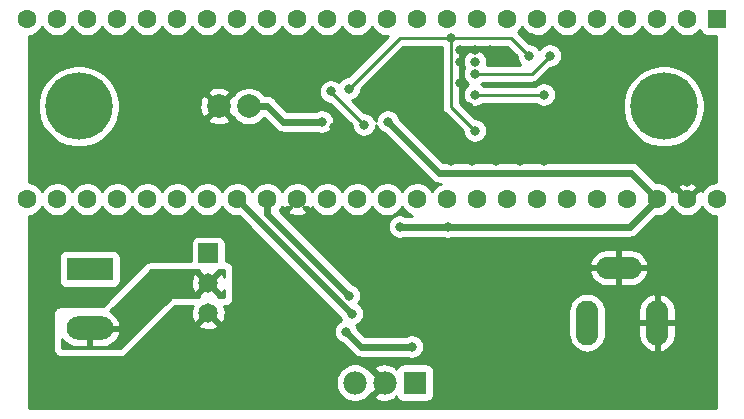
<source format=gbr>
%TF.GenerationSoftware,KiCad,Pcbnew,(5.1.8-0-10_14)*%
%TF.CreationDate,2020-12-27T09:31:58+11:00*%
%TF.ProjectId,Open-JIP(KiCad)_T3.6,4f70656e-2d4a-4495-9028-4b6943616429,rev?*%
%TF.SameCoordinates,Original*%
%TF.FileFunction,Copper,L2,Bot*%
%TF.FilePolarity,Positive*%
%FSLAX46Y46*%
G04 Gerber Fmt 4.6, Leading zero omitted, Abs format (unit mm)*
G04 Created by KiCad (PCBNEW (5.1.8-0-10_14)) date 2020-12-27 09:31:58*
%MOMM*%
%LPD*%
G01*
G04 APERTURE LIST*
%TA.AperFunction,ComponentPad*%
%ADD10C,5.700000*%
%TD*%
%TA.AperFunction,ComponentPad*%
%ADD11C,1.600000*%
%TD*%
%TA.AperFunction,ComponentPad*%
%ADD12R,1.600000X1.600000*%
%TD*%
%TA.AperFunction,ComponentPad*%
%ADD13O,1.900000X3.800000*%
%TD*%
%TA.AperFunction,ComponentPad*%
%ADD14O,3.800000X1.900000*%
%TD*%
%TA.AperFunction,ComponentPad*%
%ADD15R,1.651000X1.651000*%
%TD*%
%TA.AperFunction,ComponentPad*%
%ADD16C,1.651000*%
%TD*%
%TA.AperFunction,ComponentPad*%
%ADD17C,2.000000*%
%TD*%
%TA.AperFunction,ComponentPad*%
%ADD18R,3.960000X1.980000*%
%TD*%
%TA.AperFunction,ComponentPad*%
%ADD19O,3.960000X1.980000*%
%TD*%
%TA.AperFunction,ComponentPad*%
%ADD20R,1.980000X1.980000*%
%TD*%
%TA.AperFunction,ComponentPad*%
%ADD21C,1.980000*%
%TD*%
%TA.AperFunction,ViaPad*%
%ADD22C,0.800000*%
%TD*%
%TA.AperFunction,Conductor*%
%ADD23C,0.250000*%
%TD*%
%TA.AperFunction,Conductor*%
%ADD24C,0.600000*%
%TD*%
%TA.AperFunction,Conductor*%
%ADD25C,0.254000*%
%TD*%
%TA.AperFunction,Conductor*%
%ADD26C,0.100000*%
%TD*%
G04 APERTURE END LIST*
D10*
%TO.P,REF\u002A\u002A,1*%
%TO.N,N/C*%
X184912000Y-82000000D03*
%TD*%
D11*
%TO.P,U5,17*%
%TO.N,Net-(U5-Pad17)*%
X148795001Y-74645001D03*
%TO.P,U5,18*%
%TO.N,Net-(U5-Pad18)*%
X146255001Y-74645001D03*
%TO.P,U5,19*%
%TO.N,Net-(U5-Pad19)*%
X143715001Y-74645001D03*
%TO.P,U5,20*%
%TO.N,Net-(U5-Pad20)*%
X141175001Y-74645001D03*
%TO.P,U5,16*%
%TO.N,Net-(U5-Pad16)*%
X151335001Y-74645001D03*
%TO.P,U5,15*%
%TO.N,Net-(U5-Pad15)*%
X153875001Y-74645001D03*
%TO.P,U5,14*%
%TO.N,Net-(U5-Pad14)*%
X156415001Y-74645001D03*
%TO.P,U5,21*%
%TO.N,Net-(U5-Pad21)*%
X138635001Y-74645001D03*
%TO.P,U5,22*%
%TO.N,Net-(U5-Pad22)*%
X136095001Y-74645001D03*
%TO.P,U5,23*%
%TO.N,Net-(U5-Pad23)*%
X133555001Y-74645001D03*
%TO.P,U5,24*%
%TO.N,Net-(U5-Pad24)*%
X131015001Y-74645001D03*
%TO.P,U5,30*%
%TO.N,Net-(U5-Pad30)*%
X131015001Y-89885001D03*
%TO.P,U5,31*%
%TO.N,Net-(U5-Pad31)*%
X133555001Y-89885001D03*
%TO.P,U5,32*%
%TO.N,Net-(U5-Pad32)*%
X136095001Y-89885001D03*
%TO.P,U5,33*%
%TO.N,Net-(U5-Pad33)*%
X138635001Y-89885001D03*
%TO.P,U5,34*%
%TO.N,Net-(U5-Pad34)*%
X141175001Y-89885001D03*
%TO.P,U5,35*%
%TO.N,Net-(U5-Pad35)*%
X143715001Y-89885001D03*
%TO.P,U5,36*%
%TO.N,Net-(U5-Pad36)*%
X146255001Y-89885001D03*
%TO.P,U5,37*%
%TO.N,ActinicGain3*%
X148795001Y-89885001D03*
%TO.P,U5,13*%
%TO.N,Net-(U5-Pad13)*%
X158955001Y-74645001D03*
%TO.P,U5,12*%
%TO.N,Net-(U5-Pad12)*%
X161495001Y-74645001D03*
%TO.P,U5,11*%
%TO.N,Net-(U5-Pad11)*%
X164035001Y-74645001D03*
%TO.P,U5,10*%
%TO.N,Net-(U5-Pad10)*%
X166575001Y-74645001D03*
%TO.P,U5,9*%
%TO.N,FluoroGain3*%
X169115001Y-74645001D03*
%TO.P,U5,8*%
%TO.N,FluoroGain2*%
X171655001Y-74645001D03*
%TO.P,U5,7*%
%TO.N,Net-(U5-Pad7)*%
X174195001Y-74645001D03*
%TO.P,U5,6*%
%TO.N,Net-(U5-Pad6)*%
X176735001Y-74645001D03*
%TO.P,U5,5*%
%TO.N,Net-(U5-Pad5)*%
X179275001Y-74645001D03*
%TO.P,U5,4*%
%TO.N,Net-(U5-Pad4)*%
X181815001Y-74645001D03*
%TO.P,U5,3*%
%TO.N,Net-(U5-Pad3)*%
X184355001Y-74645001D03*
%TO.P,U5,2*%
%TO.N,Net-(U5-Pad2)*%
X186895001Y-74645001D03*
D12*
%TO.P,U5,1*%
%TO.N,Net-(U5-Pad1)*%
X189435001Y-74645001D03*
D11*
%TO.P,U5,38*%
%TO.N,ActinicGain2*%
X151335001Y-89885001D03*
%TO.P,U5,39*%
%TO.N,GND*%
X153875001Y-89885001D03*
%TO.P,U5,40*%
%TO.N,Net-(U5-Pad40)*%
X156415001Y-89885001D03*
%TO.P,U5,41*%
%TO.N,FluoroRead*%
X158955001Y-89885001D03*
%TO.P,U5,42*%
%TO.N,Net-(U5-Pad42)*%
X161495001Y-89885001D03*
%TO.P,U5,43*%
%TO.N,ActinicGain1*%
X164035001Y-89885001D03*
%TO.P,U5,44*%
%TO.N,ActinicGain4*%
X166575001Y-89885001D03*
%TO.P,U5,45*%
%TO.N,Net-(U5-Pad45)*%
X169115001Y-89885001D03*
%TO.P,U5,46*%
%TO.N,Net-(U5-Pad46)*%
X171655001Y-89885001D03*
%TO.P,U5,47*%
%TO.N,Net-(U5-Pad47)*%
X174195001Y-89885001D03*
%TO.P,U5,48*%
%TO.N,Net-(U5-Pad48)*%
X176735001Y-89885001D03*
%TO.P,U5,49*%
%TO.N,FluoroGain4*%
X179275001Y-89885001D03*
%TO.P,U5,50*%
%TO.N,FluoroGain1*%
X181815001Y-89885001D03*
%TO.P,U5,51*%
%TO.N,+3V3*%
X184355001Y-89885001D03*
%TO.P,U5,52*%
%TO.N,GNDA*%
X186895001Y-89885001D03*
%TO.P,U5,53*%
%TO.N,+5V*%
X189435001Y-89885001D03*
%TD*%
D10*
%TO.P,REF\u002A\u002A,1*%
%TO.N,N/C*%
X135382000Y-82000000D03*
%TD*%
D13*
%TO.P,J1,1*%
%TO.N,+15V*%
X178422000Y-100330000D03*
%TO.P,J1,2*%
%TO.N,GND*%
X184352000Y-100330000D03*
D14*
%TO.P,J1,3*%
X181102000Y-95680000D03*
%TD*%
D15*
%TO.P,CR1,1*%
%TO.N,/TrigOut*%
X146350000Y-94450000D03*
D16*
%TO.P,CR1,2*%
%TO.N,Net-(C7-Pad2)*%
X146350000Y-96990000D03*
%TO.P,CR1,3*%
%TO.N,GND*%
X146350000Y-99530000D03*
%TD*%
D17*
%TO.P,D1,1*%
%TO.N,GNDA*%
X147230000Y-82000000D03*
%TO.P,D1,2*%
%TO.N,/-IN*%
X149770000Y-82000000D03*
%TD*%
D18*
%TO.P,J2,1*%
%TO.N,Net-(C4-Pad2)*%
X136300000Y-95800000D03*
D19*
%TO.P,J2,2*%
%TO.N,Net-(C7-Pad2)*%
X136300000Y-100800000D03*
%TD*%
D20*
%TO.P,U3,1*%
%TO.N,+15V*%
X163830000Y-105410000D03*
D21*
%TO.P,U3,2*%
%TO.N,GND*%
X161290000Y-105410000D03*
%TO.P,U3,3*%
%TO.N,Net-(C4-Pad2)*%
X158750000Y-105410000D03*
%TD*%
D22*
%TO.N,*%
X168910000Y-78232000D03*
%TO.N,GNDA*%
X170180000Y-77216000D03*
X186895001Y-88440999D03*
X167386000Y-84328000D03*
X166878000Y-86614000D03*
X168656000Y-86614000D03*
X170688000Y-86614000D03*
X172720000Y-86614000D03*
X174752000Y-86614000D03*
X162560000Y-88138000D03*
X164338000Y-88138000D03*
X157000000Y-83750000D03*
X148082000Y-84328000D03*
X148336000Y-79502000D03*
X154686000Y-78486000D03*
X161544000Y-78740000D03*
X167640000Y-77216000D03*
X168910000Y-77216000D03*
X167640000Y-78232000D03*
X167640000Y-80010000D03*
X168402000Y-82042000D03*
X173736000Y-76200000D03*
X184912000Y-88138000D03*
X185420000Y-87122000D03*
X186690000Y-86868000D03*
X187960000Y-87122000D03*
X188214000Y-88138000D03*
%TO.N,GND*%
X162560000Y-99822000D03*
X154940000Y-91948000D03*
X168148000Y-101600000D03*
X169164000Y-93726000D03*
X171196000Y-93726000D03*
X173228000Y-93726000D03*
X175260000Y-93726000D03*
X152654000Y-102108000D03*
X157988000Y-92710000D03*
X165354000Y-102362000D03*
X171704000Y-94996000D03*
X175260000Y-94996000D03*
X173228000Y-94996000D03*
X183896000Y-92964000D03*
X185420000Y-92964000D03*
X186944000Y-92964000D03*
X188214000Y-92964000D03*
X188214000Y-94234000D03*
X186944000Y-94234000D03*
X185420000Y-94234000D03*
X183896000Y-94234000D03*
X163322000Y-96012000D03*
%TO.N,/Out*%
X159512000Y-83566000D03*
X156718150Y-80756505D03*
%TO.N,/-IN*%
X158242000Y-80518000D03*
X166878000Y-76200000D03*
X173482000Y-77724000D03*
X168910000Y-84074000D03*
X155956000Y-83312000D03*
%TO.N,+3V3*%
X161544000Y-83312000D03*
X166624000Y-92202000D03*
X162560000Y-92202000D03*
%TO.N,Net-(R6-Pad2)*%
X157988000Y-101092000D03*
X163576000Y-102362000D03*
%TO.N,Net-(R8-Pad2)*%
X174752000Y-81026000D03*
X168910000Y-81026000D03*
%TO.N,Net-(R10-Pad2)*%
X175260000Y-77724000D03*
X168910000Y-79248000D03*
%TO.N,ActinicGain2*%
X158243397Y-98042603D03*
%TO.N,ActinicGain3*%
X158496000Y-99568000D03*
%TD*%
D23*
%TO.N,/Out*%
X156718000Y-80772000D02*
X159512000Y-83566000D01*
%TO.N,/-IN*%
X158242000Y-80518000D02*
X162560000Y-76200000D01*
X162560000Y-76200000D02*
X166878000Y-76200000D01*
X171958000Y-76200000D02*
X166878000Y-76200000D01*
X173482000Y-77724000D02*
X171958000Y-76200000D01*
X166878000Y-82042000D02*
X166878000Y-76200000D01*
X168910000Y-84074000D02*
X166878000Y-82042000D01*
D24*
X149770000Y-82000000D02*
X151342000Y-82000000D01*
X151342000Y-82000000D02*
X152654000Y-83312000D01*
X152654000Y-83312000D02*
X155956000Y-83312000D01*
%TO.N,+3V3*%
X161544000Y-83312000D02*
X165862000Y-87630000D01*
X182100000Y-87630000D02*
X184355001Y-89885001D01*
X165862000Y-87630000D02*
X182100000Y-87630000D01*
X184355001Y-89885001D02*
X182038002Y-92202000D01*
X182038002Y-92202000D02*
X166624000Y-92202000D01*
X166624000Y-92202000D02*
X162560000Y-92202000D01*
%TO.N,Net-(R6-Pad2)*%
X157988000Y-101092000D02*
X159258000Y-102362000D01*
X159258000Y-102362000D02*
X163576000Y-102362000D01*
D23*
%TO.N,Net-(R8-Pad2)*%
X174752000Y-81026000D02*
X168910000Y-81026000D01*
%TO.N,Net-(R10-Pad2)*%
X175260000Y-77724000D02*
X173736000Y-79248000D01*
X173736000Y-79248000D02*
X168910000Y-79248000D01*
D24*
%TO.N,ActinicGain2*%
X151335001Y-89885001D02*
X151335001Y-91137001D01*
X158240603Y-98042603D02*
X158243397Y-98042603D01*
X151335001Y-91137001D02*
X158240603Y-98042603D01*
%TO.N,ActinicGain3*%
X148813001Y-89885001D02*
X148795001Y-89885001D01*
X158496000Y-99568000D02*
X148813001Y-89885001D01*
%TD*%
D25*
%TO.N,Net-(C7-Pad2)*%
X145400018Y-95901312D02*
X145524500Y-95913572D01*
X145538538Y-95913572D01*
X145518696Y-95979091D01*
X146350000Y-96810395D01*
X147181304Y-95979091D01*
X147161462Y-95913572D01*
X147175500Y-95913572D01*
X147299982Y-95901312D01*
X147353755Y-95885000D01*
X147701000Y-95885000D01*
X147701000Y-96430173D01*
X147677737Y-96364804D01*
X147607481Y-96233367D01*
X147360909Y-96158696D01*
X146529605Y-96990000D01*
X147360909Y-97821304D01*
X147607481Y-97746633D01*
X147701000Y-97549776D01*
X147701000Y-98171000D01*
X147129794Y-98171000D01*
X147181304Y-98000909D01*
X146350000Y-97169605D01*
X145518696Y-98000909D01*
X145570206Y-98171000D01*
X143256000Y-98171000D01*
X143231224Y-98173440D01*
X143207399Y-98180667D01*
X143185443Y-98192403D01*
X143166197Y-98208197D01*
X138885394Y-102489000D01*
X133985000Y-102489000D01*
X133985000Y-101735784D01*
X134071148Y-101859246D01*
X134301601Y-102080581D01*
X134570806Y-102252704D01*
X134868418Y-102369000D01*
X135183000Y-102425000D01*
X136173000Y-102425000D01*
X136173000Y-100927000D01*
X136427000Y-100927000D01*
X136427000Y-102425000D01*
X137417000Y-102425000D01*
X137731582Y-102369000D01*
X138029194Y-102252704D01*
X138298399Y-102080581D01*
X138528852Y-101859246D01*
X138711696Y-101597205D01*
X138839905Y-101304528D01*
X138870218Y-101178865D01*
X138750740Y-100927000D01*
X136427000Y-100927000D01*
X136173000Y-100927000D01*
X136153000Y-100927000D01*
X136153000Y-100673000D01*
X136173000Y-100673000D01*
X136173000Y-100653000D01*
X136427000Y-100653000D01*
X136427000Y-100673000D01*
X138750740Y-100673000D01*
X138870218Y-100421135D01*
X138839905Y-100295472D01*
X138711696Y-100002795D01*
X138528852Y-99740754D01*
X138298399Y-99519419D01*
X138053054Y-99362552D01*
X140356104Y-97059502D01*
X144884079Y-97059502D01*
X144925806Y-97344154D01*
X145022263Y-97615196D01*
X145092519Y-97746633D01*
X145339091Y-97821304D01*
X146170395Y-96990000D01*
X145339091Y-96158696D01*
X145092519Y-96233367D01*
X144969069Y-96493228D01*
X144898687Y-96772180D01*
X144884079Y-97059502D01*
X140356104Y-97059502D01*
X141530606Y-95885000D01*
X145346245Y-95885000D01*
X145400018Y-95901312D01*
%TA.AperFunction,Conductor*%
D26*
G36*
X145400018Y-95901312D02*
G01*
X145524500Y-95913572D01*
X145538538Y-95913572D01*
X145518696Y-95979091D01*
X146350000Y-96810395D01*
X147181304Y-95979091D01*
X147161462Y-95913572D01*
X147175500Y-95913572D01*
X147299982Y-95901312D01*
X147353755Y-95885000D01*
X147701000Y-95885000D01*
X147701000Y-96430173D01*
X147677737Y-96364804D01*
X147607481Y-96233367D01*
X147360909Y-96158696D01*
X146529605Y-96990000D01*
X147360909Y-97821304D01*
X147607481Y-97746633D01*
X147701000Y-97549776D01*
X147701000Y-98171000D01*
X147129794Y-98171000D01*
X147181304Y-98000909D01*
X146350000Y-97169605D01*
X145518696Y-98000909D01*
X145570206Y-98171000D01*
X143256000Y-98171000D01*
X143231224Y-98173440D01*
X143207399Y-98180667D01*
X143185443Y-98192403D01*
X143166197Y-98208197D01*
X138885394Y-102489000D01*
X133985000Y-102489000D01*
X133985000Y-101735784D01*
X134071148Y-101859246D01*
X134301601Y-102080581D01*
X134570806Y-102252704D01*
X134868418Y-102369000D01*
X135183000Y-102425000D01*
X136173000Y-102425000D01*
X136173000Y-100927000D01*
X136427000Y-100927000D01*
X136427000Y-102425000D01*
X137417000Y-102425000D01*
X137731582Y-102369000D01*
X138029194Y-102252704D01*
X138298399Y-102080581D01*
X138528852Y-101859246D01*
X138711696Y-101597205D01*
X138839905Y-101304528D01*
X138870218Y-101178865D01*
X138750740Y-100927000D01*
X136427000Y-100927000D01*
X136173000Y-100927000D01*
X136153000Y-100927000D01*
X136153000Y-100673000D01*
X136173000Y-100673000D01*
X136173000Y-100653000D01*
X136427000Y-100653000D01*
X136427000Y-100673000D01*
X138750740Y-100673000D01*
X138870218Y-100421135D01*
X138839905Y-100295472D01*
X138711696Y-100002795D01*
X138528852Y-99740754D01*
X138298399Y-99519419D01*
X138053054Y-99362552D01*
X140356104Y-97059502D01*
X144884079Y-97059502D01*
X144925806Y-97344154D01*
X145022263Y-97615196D01*
X145092519Y-97746633D01*
X145339091Y-97821304D01*
X146170395Y-96990000D01*
X145339091Y-96158696D01*
X145092519Y-96233367D01*
X144969069Y-96493228D01*
X144898687Y-96772180D01*
X144884079Y-97059502D01*
X140356104Y-97059502D01*
X141530606Y-95885000D01*
X145346245Y-95885000D01*
X145400018Y-95901312D01*
G37*
%TD.AperFunction*%
%TD*%
D25*
%TO.N,GND*%
X153061904Y-90877703D02*
X153133487Y-91121672D01*
X153388997Y-91242572D01*
X153663185Y-91311301D01*
X153945513Y-91325218D01*
X154225131Y-91283788D01*
X154491293Y-91188604D01*
X154616515Y-91121672D01*
X154688098Y-90877703D01*
X154361395Y-90551000D01*
X154720605Y-90551000D01*
X154867703Y-90698098D01*
X155111672Y-90626515D01*
X155142195Y-90562009D01*
X155143321Y-90564728D01*
X155300364Y-90799760D01*
X155500242Y-90999638D01*
X155735274Y-91156681D01*
X155996427Y-91264854D01*
X156273666Y-91320001D01*
X156556336Y-91320001D01*
X156833575Y-91264854D01*
X157094728Y-91156681D01*
X157329760Y-90999638D01*
X157529638Y-90799760D01*
X157685001Y-90567242D01*
X157840364Y-90799760D01*
X158040242Y-90999638D01*
X158275274Y-91156681D01*
X158536427Y-91264854D01*
X158813666Y-91320001D01*
X159096336Y-91320001D01*
X159373575Y-91264854D01*
X159634728Y-91156681D01*
X159869760Y-90999638D01*
X160069638Y-90799760D01*
X160225001Y-90567242D01*
X160380364Y-90799760D01*
X160580242Y-90999638D01*
X160815274Y-91156681D01*
X161076427Y-91264854D01*
X161353666Y-91320001D01*
X161636336Y-91320001D01*
X161913575Y-91264854D01*
X162174728Y-91156681D01*
X162409760Y-90999638D01*
X162609638Y-90799760D01*
X162765001Y-90567242D01*
X162920364Y-90799760D01*
X163120242Y-90999638D01*
X163355274Y-91156681D01*
X163616427Y-91264854D01*
X163627216Y-91267000D01*
X163007295Y-91267000D01*
X162861898Y-91206774D01*
X162661939Y-91167000D01*
X162458061Y-91167000D01*
X162258102Y-91206774D01*
X162069744Y-91284795D01*
X161900226Y-91398063D01*
X161756063Y-91542226D01*
X161642795Y-91711744D01*
X161564774Y-91900102D01*
X161525000Y-92100061D01*
X161525000Y-92303939D01*
X161564774Y-92503898D01*
X161642795Y-92692256D01*
X161756063Y-92861774D01*
X161900226Y-93005937D01*
X162069744Y-93119205D01*
X162258102Y-93197226D01*
X162458061Y-93237000D01*
X162661939Y-93237000D01*
X162861898Y-93197226D01*
X163007295Y-93137000D01*
X166176705Y-93137000D01*
X166322102Y-93197226D01*
X166522061Y-93237000D01*
X166725939Y-93237000D01*
X166925898Y-93197226D01*
X167071295Y-93137000D01*
X181992070Y-93137000D01*
X182038002Y-93141524D01*
X182083934Y-93137000D01*
X182221294Y-93123471D01*
X182397542Y-93070007D01*
X182559974Y-92983186D01*
X182702346Y-92866344D01*
X182731632Y-92830659D01*
X184242291Y-91320001D01*
X184496336Y-91320001D01*
X184773575Y-91264854D01*
X185034728Y-91156681D01*
X185269760Y-90999638D01*
X185469638Y-90799760D01*
X185625001Y-90567242D01*
X185780364Y-90799760D01*
X185980242Y-90999638D01*
X186215274Y-91156681D01*
X186476427Y-91264854D01*
X186753666Y-91320001D01*
X187036336Y-91320001D01*
X187313575Y-91264854D01*
X187574728Y-91156681D01*
X187809760Y-90999638D01*
X188009638Y-90799760D01*
X188165001Y-90567242D01*
X188320364Y-90799760D01*
X188520242Y-90999638D01*
X188755274Y-91156681D01*
X189016427Y-91264854D01*
X189293666Y-91320001D01*
X189357000Y-91320001D01*
X189357000Y-107519000D01*
X131191000Y-107519000D01*
X131191000Y-105249951D01*
X157125000Y-105249951D01*
X157125000Y-105570049D01*
X157187448Y-105883995D01*
X157309943Y-106179726D01*
X157487780Y-106445877D01*
X157714123Y-106672220D01*
X157980274Y-106850057D01*
X158276005Y-106972552D01*
X158589951Y-107035000D01*
X158910049Y-107035000D01*
X159223995Y-106972552D01*
X159519726Y-106850057D01*
X159785877Y-106672220D01*
X160012220Y-106445877D01*
X160088137Y-106332260D01*
X160161718Y-106358677D01*
X161110395Y-105410000D01*
X160161718Y-104461323D01*
X160088137Y-104487740D01*
X160012220Y-104374123D01*
X159919815Y-104281718D01*
X160341323Y-104281718D01*
X161290000Y-105230395D01*
X161304143Y-105216253D01*
X161483748Y-105395858D01*
X161469605Y-105410000D01*
X161483748Y-105424143D01*
X161304143Y-105603748D01*
X161290000Y-105589605D01*
X160341323Y-106538282D01*
X160435880Y-106801661D01*
X160723791Y-106941551D01*
X161033462Y-107022584D01*
X161352990Y-107041646D01*
X161670099Y-106998006D01*
X161972600Y-106893339D01*
X162144120Y-106801661D01*
X162227672Y-106568934D01*
X162250498Y-106644180D01*
X162309463Y-106754494D01*
X162388815Y-106851185D01*
X162485506Y-106930537D01*
X162595820Y-106989502D01*
X162715518Y-107025812D01*
X162840000Y-107038072D01*
X164820000Y-107038072D01*
X164944482Y-107025812D01*
X165064180Y-106989502D01*
X165174494Y-106930537D01*
X165271185Y-106851185D01*
X165350537Y-106754494D01*
X165409502Y-106644180D01*
X165445812Y-106524482D01*
X165458072Y-106400000D01*
X165458072Y-104420000D01*
X165445812Y-104295518D01*
X165409502Y-104175820D01*
X165350537Y-104065506D01*
X165271185Y-103968815D01*
X165174494Y-103889463D01*
X165064180Y-103830498D01*
X164944482Y-103794188D01*
X164820000Y-103781928D01*
X162840000Y-103781928D01*
X162715518Y-103794188D01*
X162595820Y-103830498D01*
X162485506Y-103889463D01*
X162388815Y-103968815D01*
X162309463Y-104065506D01*
X162250498Y-104175820D01*
X162227672Y-104251066D01*
X162144120Y-104018339D01*
X161856209Y-103878449D01*
X161546538Y-103797416D01*
X161227010Y-103778354D01*
X160909901Y-103821994D01*
X160607400Y-103926661D01*
X160435880Y-104018339D01*
X160341323Y-104281718D01*
X159919815Y-104281718D01*
X159785877Y-104147780D01*
X159519726Y-103969943D01*
X159223995Y-103847448D01*
X158910049Y-103785000D01*
X158589951Y-103785000D01*
X158276005Y-103847448D01*
X157980274Y-103969943D01*
X157714123Y-104147780D01*
X157487780Y-104374123D01*
X157309943Y-104640274D01*
X157187448Y-104936005D01*
X157125000Y-105249951D01*
X131191000Y-105249951D01*
X131191000Y-99568000D01*
X133223000Y-99568000D01*
X133223000Y-102616000D01*
X133235201Y-102739882D01*
X133271336Y-102859004D01*
X133330017Y-102968787D01*
X133408987Y-103065013D01*
X133505213Y-103143983D01*
X133614996Y-103202664D01*
X133734118Y-103238799D01*
X133858000Y-103251000D01*
X138938000Y-103251000D01*
X139061882Y-103238799D01*
X139181004Y-103202664D01*
X139290787Y-103143983D01*
X139387013Y-103065013D01*
X141911117Y-100540909D01*
X145518696Y-100540909D01*
X145593367Y-100787481D01*
X145853228Y-100910931D01*
X146132180Y-100981313D01*
X146419502Y-100995921D01*
X146704154Y-100954194D01*
X146975196Y-100857737D01*
X147106633Y-100787481D01*
X147181304Y-100540909D01*
X146350000Y-99709605D01*
X145518696Y-100540909D01*
X141911117Y-100540909D01*
X143519026Y-98933000D01*
X145016683Y-98933000D01*
X144969069Y-99033228D01*
X144898687Y-99312180D01*
X144884079Y-99599502D01*
X144925806Y-99884154D01*
X145022263Y-100155196D01*
X145092519Y-100286633D01*
X145339091Y-100361304D01*
X146170395Y-99530000D01*
X146156253Y-99515858D01*
X146335858Y-99336253D01*
X146350000Y-99350395D01*
X146364143Y-99336253D01*
X146543748Y-99515858D01*
X146529605Y-99530000D01*
X147360909Y-100361304D01*
X147607481Y-100286633D01*
X147730931Y-100026772D01*
X147801313Y-99747820D01*
X147815921Y-99460498D01*
X147774194Y-99175846D01*
X147687771Y-98933000D01*
X147828000Y-98933000D01*
X147951882Y-98920799D01*
X148071004Y-98884664D01*
X148180787Y-98825983D01*
X148277013Y-98747013D01*
X148355983Y-98650787D01*
X148414664Y-98541004D01*
X148450799Y-98421882D01*
X148463000Y-98298000D01*
X148463000Y-95758000D01*
X148450799Y-95634118D01*
X148414664Y-95514996D01*
X148355983Y-95405213D01*
X148277013Y-95308987D01*
X148180787Y-95230017D01*
X148071004Y-95171336D01*
X147951882Y-95135201D01*
X147828000Y-95123000D01*
X147813572Y-95123000D01*
X147813572Y-93624500D01*
X147801312Y-93500018D01*
X147765002Y-93380320D01*
X147706037Y-93270006D01*
X147626685Y-93173315D01*
X147529994Y-93093963D01*
X147419680Y-93034998D01*
X147299982Y-92998688D01*
X147175500Y-92986428D01*
X145524500Y-92986428D01*
X145400018Y-92998688D01*
X145280320Y-93034998D01*
X145170006Y-93093963D01*
X145073315Y-93173315D01*
X144993963Y-93270006D01*
X144934998Y-93380320D01*
X144898688Y-93500018D01*
X144886428Y-93624500D01*
X144886428Y-95123000D01*
X141478000Y-95123000D01*
X141354118Y-95135201D01*
X141234996Y-95171336D01*
X141125213Y-95230017D01*
X141028987Y-95308987D01*
X137404974Y-98933000D01*
X133858000Y-98933000D01*
X133734118Y-98945201D01*
X133614996Y-98981336D01*
X133505213Y-99040017D01*
X133408987Y-99118987D01*
X133330017Y-99215213D01*
X133271336Y-99324996D01*
X133235201Y-99444118D01*
X133223000Y-99568000D01*
X131191000Y-99568000D01*
X131191000Y-94810000D01*
X133681928Y-94810000D01*
X133681928Y-96790000D01*
X133694188Y-96914482D01*
X133730498Y-97034180D01*
X133789463Y-97144494D01*
X133868815Y-97241185D01*
X133965506Y-97320537D01*
X134075820Y-97379502D01*
X134195518Y-97415812D01*
X134320000Y-97428072D01*
X138280000Y-97428072D01*
X138404482Y-97415812D01*
X138524180Y-97379502D01*
X138634494Y-97320537D01*
X138731185Y-97241185D01*
X138810537Y-97144494D01*
X138869502Y-97034180D01*
X138905812Y-96914482D01*
X138918072Y-96790000D01*
X138918072Y-94810000D01*
X138905812Y-94685518D01*
X138869502Y-94565820D01*
X138810537Y-94455506D01*
X138731185Y-94358815D01*
X138634494Y-94279463D01*
X138524180Y-94220498D01*
X138404482Y-94184188D01*
X138280000Y-94171928D01*
X134320000Y-94171928D01*
X134195518Y-94184188D01*
X134075820Y-94220498D01*
X133965506Y-94279463D01*
X133868815Y-94358815D01*
X133789463Y-94455506D01*
X133730498Y-94565820D01*
X133694188Y-94685518D01*
X133681928Y-94810000D01*
X131191000Y-94810000D01*
X131191000Y-91313106D01*
X131433575Y-91264854D01*
X131694728Y-91156681D01*
X131929760Y-90999638D01*
X132129638Y-90799760D01*
X132285001Y-90567242D01*
X132440364Y-90799760D01*
X132640242Y-90999638D01*
X132875274Y-91156681D01*
X133136427Y-91264854D01*
X133413666Y-91320001D01*
X133696336Y-91320001D01*
X133973575Y-91264854D01*
X134234728Y-91156681D01*
X134469760Y-90999638D01*
X134669638Y-90799760D01*
X134825001Y-90567242D01*
X134980364Y-90799760D01*
X135180242Y-90999638D01*
X135415274Y-91156681D01*
X135676427Y-91264854D01*
X135953666Y-91320001D01*
X136236336Y-91320001D01*
X136513575Y-91264854D01*
X136774728Y-91156681D01*
X137009760Y-90999638D01*
X137209638Y-90799760D01*
X137365001Y-90567242D01*
X137520364Y-90799760D01*
X137720242Y-90999638D01*
X137955274Y-91156681D01*
X138216427Y-91264854D01*
X138493666Y-91320001D01*
X138776336Y-91320001D01*
X139053575Y-91264854D01*
X139314728Y-91156681D01*
X139549760Y-90999638D01*
X139749638Y-90799760D01*
X139905001Y-90567242D01*
X140060364Y-90799760D01*
X140260242Y-90999638D01*
X140495274Y-91156681D01*
X140756427Y-91264854D01*
X141033666Y-91320001D01*
X141316336Y-91320001D01*
X141593575Y-91264854D01*
X141854728Y-91156681D01*
X142089760Y-90999638D01*
X142289638Y-90799760D01*
X142445001Y-90567242D01*
X142600364Y-90799760D01*
X142800242Y-90999638D01*
X143035274Y-91156681D01*
X143296427Y-91264854D01*
X143573666Y-91320001D01*
X143856336Y-91320001D01*
X144133575Y-91264854D01*
X144394728Y-91156681D01*
X144629760Y-90999638D01*
X144829638Y-90799760D01*
X144985001Y-90567242D01*
X145140364Y-90799760D01*
X145340242Y-90999638D01*
X145575274Y-91156681D01*
X145836427Y-91264854D01*
X146113666Y-91320001D01*
X146396336Y-91320001D01*
X146673575Y-91264854D01*
X146934728Y-91156681D01*
X147169760Y-90999638D01*
X147369638Y-90799760D01*
X147525001Y-90567242D01*
X147680364Y-90799760D01*
X147880242Y-90999638D01*
X148115274Y-91156681D01*
X148376427Y-91264854D01*
X148653666Y-91320001D01*
X148925712Y-91320001D01*
X157518569Y-99912859D01*
X157578795Y-100058256D01*
X157622214Y-100123237D01*
X157497744Y-100174795D01*
X157328226Y-100288063D01*
X157184063Y-100432226D01*
X157070795Y-100601744D01*
X156992774Y-100790102D01*
X156953000Y-100990061D01*
X156953000Y-101193939D01*
X156992774Y-101393898D01*
X157070795Y-101582256D01*
X157184063Y-101751774D01*
X157328226Y-101895937D01*
X157497744Y-102009205D01*
X157643142Y-102069431D01*
X158564374Y-102990664D01*
X158593656Y-103026344D01*
X158736028Y-103143186D01*
X158898460Y-103230007D01*
X159021243Y-103267253D01*
X159074707Y-103283471D01*
X159257999Y-103301524D01*
X159303931Y-103297000D01*
X163128705Y-103297000D01*
X163274102Y-103357226D01*
X163474061Y-103397000D01*
X163677939Y-103397000D01*
X163877898Y-103357226D01*
X164066256Y-103279205D01*
X164235774Y-103165937D01*
X164379937Y-103021774D01*
X164493205Y-102852256D01*
X164571226Y-102663898D01*
X164611000Y-102463939D01*
X164611000Y-102260061D01*
X164571226Y-102060102D01*
X164493205Y-101871744D01*
X164379937Y-101702226D01*
X164235774Y-101558063D01*
X164066256Y-101444795D01*
X163877898Y-101366774D01*
X163677939Y-101327000D01*
X163474061Y-101327000D01*
X163274102Y-101366774D01*
X163128705Y-101427000D01*
X159645290Y-101427000D01*
X158965431Y-100747142D01*
X158905205Y-100601744D01*
X158861786Y-100536763D01*
X158986256Y-100485205D01*
X159155774Y-100371937D01*
X159299937Y-100227774D01*
X159413205Y-100058256D01*
X159491226Y-99869898D01*
X159531000Y-99669939D01*
X159531000Y-99466061D01*
X159498394Y-99302137D01*
X176837000Y-99302137D01*
X176837001Y-101357864D01*
X176859935Y-101590714D01*
X176950567Y-101889488D01*
X177097745Y-102164839D01*
X177295814Y-102406187D01*
X177537162Y-102604256D01*
X177812513Y-102751434D01*
X178111287Y-102842066D01*
X178422000Y-102872669D01*
X178732714Y-102842066D01*
X179031488Y-102751434D01*
X179306839Y-102604256D01*
X179548187Y-102406187D01*
X179746256Y-102164839D01*
X179893434Y-101889488D01*
X179984066Y-101590714D01*
X180007000Y-101357864D01*
X180007000Y-100457000D01*
X182767000Y-100457000D01*
X182767000Y-101407000D01*
X182822232Y-101713778D01*
X182936252Y-102003886D01*
X183104678Y-102266175D01*
X183321038Y-102490566D01*
X183577017Y-102668436D01*
X183862779Y-102792949D01*
X183979412Y-102820586D01*
X184225000Y-102700584D01*
X184225000Y-100457000D01*
X184479000Y-100457000D01*
X184479000Y-102700584D01*
X184724588Y-102820586D01*
X184841221Y-102792949D01*
X185126983Y-102668436D01*
X185382962Y-102490566D01*
X185599322Y-102266175D01*
X185767748Y-102003886D01*
X185881768Y-101713778D01*
X185937000Y-101407000D01*
X185937000Y-100457000D01*
X184479000Y-100457000D01*
X184225000Y-100457000D01*
X182767000Y-100457000D01*
X180007000Y-100457000D01*
X180007000Y-99302136D01*
X180002161Y-99253000D01*
X182767000Y-99253000D01*
X182767000Y-100203000D01*
X184225000Y-100203000D01*
X184225000Y-97959416D01*
X184479000Y-97959416D01*
X184479000Y-100203000D01*
X185937000Y-100203000D01*
X185937000Y-99253000D01*
X185881768Y-98946222D01*
X185767748Y-98656114D01*
X185599322Y-98393825D01*
X185382962Y-98169434D01*
X185126983Y-97991564D01*
X184841221Y-97867051D01*
X184724588Y-97839414D01*
X184479000Y-97959416D01*
X184225000Y-97959416D01*
X183979412Y-97839414D01*
X183862779Y-97867051D01*
X183577017Y-97991564D01*
X183321038Y-98169434D01*
X183104678Y-98393825D01*
X182936252Y-98656114D01*
X182822232Y-98946222D01*
X182767000Y-99253000D01*
X180002161Y-99253000D01*
X179984066Y-99069286D01*
X179893434Y-98770512D01*
X179746256Y-98495161D01*
X179548187Y-98253813D01*
X179306838Y-98055744D01*
X179031487Y-97908566D01*
X178732713Y-97817934D01*
X178422000Y-97787331D01*
X178111286Y-97817934D01*
X177812512Y-97908566D01*
X177537161Y-98055744D01*
X177295813Y-98253813D01*
X177097744Y-98495162D01*
X176950566Y-98770513D01*
X176859934Y-99069287D01*
X176837000Y-99302137D01*
X159498394Y-99302137D01*
X159491226Y-99266102D01*
X159413205Y-99077744D01*
X159299937Y-98908226D01*
X159155774Y-98764063D01*
X159052310Y-98694930D01*
X159160602Y-98532859D01*
X159238623Y-98344501D01*
X159278397Y-98144542D01*
X159278397Y-97940664D01*
X159238623Y-97740705D01*
X159160602Y-97552347D01*
X159047334Y-97382829D01*
X158903171Y-97238666D01*
X158733653Y-97125398D01*
X158583487Y-97063197D01*
X157572878Y-96052588D01*
X178611414Y-96052588D01*
X178639051Y-96169221D01*
X178763564Y-96454983D01*
X178941434Y-96710962D01*
X179165825Y-96927322D01*
X179428114Y-97095748D01*
X179718222Y-97209768D01*
X180025000Y-97265000D01*
X180975000Y-97265000D01*
X180975000Y-95807000D01*
X181229000Y-95807000D01*
X181229000Y-97265000D01*
X182179000Y-97265000D01*
X182485778Y-97209768D01*
X182775886Y-97095748D01*
X183038175Y-96927322D01*
X183262566Y-96710962D01*
X183440436Y-96454983D01*
X183564949Y-96169221D01*
X183592586Y-96052588D01*
X183472584Y-95807000D01*
X181229000Y-95807000D01*
X180975000Y-95807000D01*
X178731416Y-95807000D01*
X178611414Y-96052588D01*
X157572878Y-96052588D01*
X156827702Y-95307412D01*
X178611414Y-95307412D01*
X178731416Y-95553000D01*
X180975000Y-95553000D01*
X180975000Y-94095000D01*
X181229000Y-94095000D01*
X181229000Y-95553000D01*
X183472584Y-95553000D01*
X183592586Y-95307412D01*
X183564949Y-95190779D01*
X183440436Y-94905017D01*
X183262566Y-94649038D01*
X183038175Y-94432678D01*
X182775886Y-94264252D01*
X182485778Y-94150232D01*
X182179000Y-94095000D01*
X181229000Y-94095000D01*
X180975000Y-94095000D01*
X180025000Y-94095000D01*
X179718222Y-94150232D01*
X179428114Y-94264252D01*
X179165825Y-94432678D01*
X178941434Y-94649038D01*
X178763564Y-94905017D01*
X178639051Y-95190779D01*
X178611414Y-95307412D01*
X156827702Y-95307412D01*
X152384844Y-90864554D01*
X152449638Y-90799760D01*
X152605916Y-90565873D01*
X152638330Y-90626515D01*
X152882299Y-90698098D01*
X153029397Y-90551000D01*
X153388607Y-90551000D01*
X153061904Y-90877703D01*
%TA.AperFunction,Conductor*%
D26*
G36*
X153061904Y-90877703D02*
G01*
X153133487Y-91121672D01*
X153388997Y-91242572D01*
X153663185Y-91311301D01*
X153945513Y-91325218D01*
X154225131Y-91283788D01*
X154491293Y-91188604D01*
X154616515Y-91121672D01*
X154688098Y-90877703D01*
X154361395Y-90551000D01*
X154720605Y-90551000D01*
X154867703Y-90698098D01*
X155111672Y-90626515D01*
X155142195Y-90562009D01*
X155143321Y-90564728D01*
X155300364Y-90799760D01*
X155500242Y-90999638D01*
X155735274Y-91156681D01*
X155996427Y-91264854D01*
X156273666Y-91320001D01*
X156556336Y-91320001D01*
X156833575Y-91264854D01*
X157094728Y-91156681D01*
X157329760Y-90999638D01*
X157529638Y-90799760D01*
X157685001Y-90567242D01*
X157840364Y-90799760D01*
X158040242Y-90999638D01*
X158275274Y-91156681D01*
X158536427Y-91264854D01*
X158813666Y-91320001D01*
X159096336Y-91320001D01*
X159373575Y-91264854D01*
X159634728Y-91156681D01*
X159869760Y-90999638D01*
X160069638Y-90799760D01*
X160225001Y-90567242D01*
X160380364Y-90799760D01*
X160580242Y-90999638D01*
X160815274Y-91156681D01*
X161076427Y-91264854D01*
X161353666Y-91320001D01*
X161636336Y-91320001D01*
X161913575Y-91264854D01*
X162174728Y-91156681D01*
X162409760Y-90999638D01*
X162609638Y-90799760D01*
X162765001Y-90567242D01*
X162920364Y-90799760D01*
X163120242Y-90999638D01*
X163355274Y-91156681D01*
X163616427Y-91264854D01*
X163627216Y-91267000D01*
X163007295Y-91267000D01*
X162861898Y-91206774D01*
X162661939Y-91167000D01*
X162458061Y-91167000D01*
X162258102Y-91206774D01*
X162069744Y-91284795D01*
X161900226Y-91398063D01*
X161756063Y-91542226D01*
X161642795Y-91711744D01*
X161564774Y-91900102D01*
X161525000Y-92100061D01*
X161525000Y-92303939D01*
X161564774Y-92503898D01*
X161642795Y-92692256D01*
X161756063Y-92861774D01*
X161900226Y-93005937D01*
X162069744Y-93119205D01*
X162258102Y-93197226D01*
X162458061Y-93237000D01*
X162661939Y-93237000D01*
X162861898Y-93197226D01*
X163007295Y-93137000D01*
X166176705Y-93137000D01*
X166322102Y-93197226D01*
X166522061Y-93237000D01*
X166725939Y-93237000D01*
X166925898Y-93197226D01*
X167071295Y-93137000D01*
X181992070Y-93137000D01*
X182038002Y-93141524D01*
X182083934Y-93137000D01*
X182221294Y-93123471D01*
X182397542Y-93070007D01*
X182559974Y-92983186D01*
X182702346Y-92866344D01*
X182731632Y-92830659D01*
X184242291Y-91320001D01*
X184496336Y-91320001D01*
X184773575Y-91264854D01*
X185034728Y-91156681D01*
X185269760Y-90999638D01*
X185469638Y-90799760D01*
X185625001Y-90567242D01*
X185780364Y-90799760D01*
X185980242Y-90999638D01*
X186215274Y-91156681D01*
X186476427Y-91264854D01*
X186753666Y-91320001D01*
X187036336Y-91320001D01*
X187313575Y-91264854D01*
X187574728Y-91156681D01*
X187809760Y-90999638D01*
X188009638Y-90799760D01*
X188165001Y-90567242D01*
X188320364Y-90799760D01*
X188520242Y-90999638D01*
X188755274Y-91156681D01*
X189016427Y-91264854D01*
X189293666Y-91320001D01*
X189357000Y-91320001D01*
X189357000Y-107519000D01*
X131191000Y-107519000D01*
X131191000Y-105249951D01*
X157125000Y-105249951D01*
X157125000Y-105570049D01*
X157187448Y-105883995D01*
X157309943Y-106179726D01*
X157487780Y-106445877D01*
X157714123Y-106672220D01*
X157980274Y-106850057D01*
X158276005Y-106972552D01*
X158589951Y-107035000D01*
X158910049Y-107035000D01*
X159223995Y-106972552D01*
X159519726Y-106850057D01*
X159785877Y-106672220D01*
X160012220Y-106445877D01*
X160088137Y-106332260D01*
X160161718Y-106358677D01*
X161110395Y-105410000D01*
X160161718Y-104461323D01*
X160088137Y-104487740D01*
X160012220Y-104374123D01*
X159919815Y-104281718D01*
X160341323Y-104281718D01*
X161290000Y-105230395D01*
X161304143Y-105216253D01*
X161483748Y-105395858D01*
X161469605Y-105410000D01*
X161483748Y-105424143D01*
X161304143Y-105603748D01*
X161290000Y-105589605D01*
X160341323Y-106538282D01*
X160435880Y-106801661D01*
X160723791Y-106941551D01*
X161033462Y-107022584D01*
X161352990Y-107041646D01*
X161670099Y-106998006D01*
X161972600Y-106893339D01*
X162144120Y-106801661D01*
X162227672Y-106568934D01*
X162250498Y-106644180D01*
X162309463Y-106754494D01*
X162388815Y-106851185D01*
X162485506Y-106930537D01*
X162595820Y-106989502D01*
X162715518Y-107025812D01*
X162840000Y-107038072D01*
X164820000Y-107038072D01*
X164944482Y-107025812D01*
X165064180Y-106989502D01*
X165174494Y-106930537D01*
X165271185Y-106851185D01*
X165350537Y-106754494D01*
X165409502Y-106644180D01*
X165445812Y-106524482D01*
X165458072Y-106400000D01*
X165458072Y-104420000D01*
X165445812Y-104295518D01*
X165409502Y-104175820D01*
X165350537Y-104065506D01*
X165271185Y-103968815D01*
X165174494Y-103889463D01*
X165064180Y-103830498D01*
X164944482Y-103794188D01*
X164820000Y-103781928D01*
X162840000Y-103781928D01*
X162715518Y-103794188D01*
X162595820Y-103830498D01*
X162485506Y-103889463D01*
X162388815Y-103968815D01*
X162309463Y-104065506D01*
X162250498Y-104175820D01*
X162227672Y-104251066D01*
X162144120Y-104018339D01*
X161856209Y-103878449D01*
X161546538Y-103797416D01*
X161227010Y-103778354D01*
X160909901Y-103821994D01*
X160607400Y-103926661D01*
X160435880Y-104018339D01*
X160341323Y-104281718D01*
X159919815Y-104281718D01*
X159785877Y-104147780D01*
X159519726Y-103969943D01*
X159223995Y-103847448D01*
X158910049Y-103785000D01*
X158589951Y-103785000D01*
X158276005Y-103847448D01*
X157980274Y-103969943D01*
X157714123Y-104147780D01*
X157487780Y-104374123D01*
X157309943Y-104640274D01*
X157187448Y-104936005D01*
X157125000Y-105249951D01*
X131191000Y-105249951D01*
X131191000Y-99568000D01*
X133223000Y-99568000D01*
X133223000Y-102616000D01*
X133235201Y-102739882D01*
X133271336Y-102859004D01*
X133330017Y-102968787D01*
X133408987Y-103065013D01*
X133505213Y-103143983D01*
X133614996Y-103202664D01*
X133734118Y-103238799D01*
X133858000Y-103251000D01*
X138938000Y-103251000D01*
X139061882Y-103238799D01*
X139181004Y-103202664D01*
X139290787Y-103143983D01*
X139387013Y-103065013D01*
X141911117Y-100540909D01*
X145518696Y-100540909D01*
X145593367Y-100787481D01*
X145853228Y-100910931D01*
X146132180Y-100981313D01*
X146419502Y-100995921D01*
X146704154Y-100954194D01*
X146975196Y-100857737D01*
X147106633Y-100787481D01*
X147181304Y-100540909D01*
X146350000Y-99709605D01*
X145518696Y-100540909D01*
X141911117Y-100540909D01*
X143519026Y-98933000D01*
X145016683Y-98933000D01*
X144969069Y-99033228D01*
X144898687Y-99312180D01*
X144884079Y-99599502D01*
X144925806Y-99884154D01*
X145022263Y-100155196D01*
X145092519Y-100286633D01*
X145339091Y-100361304D01*
X146170395Y-99530000D01*
X146156253Y-99515858D01*
X146335858Y-99336253D01*
X146350000Y-99350395D01*
X146364143Y-99336253D01*
X146543748Y-99515858D01*
X146529605Y-99530000D01*
X147360909Y-100361304D01*
X147607481Y-100286633D01*
X147730931Y-100026772D01*
X147801313Y-99747820D01*
X147815921Y-99460498D01*
X147774194Y-99175846D01*
X147687771Y-98933000D01*
X147828000Y-98933000D01*
X147951882Y-98920799D01*
X148071004Y-98884664D01*
X148180787Y-98825983D01*
X148277013Y-98747013D01*
X148355983Y-98650787D01*
X148414664Y-98541004D01*
X148450799Y-98421882D01*
X148463000Y-98298000D01*
X148463000Y-95758000D01*
X148450799Y-95634118D01*
X148414664Y-95514996D01*
X148355983Y-95405213D01*
X148277013Y-95308987D01*
X148180787Y-95230017D01*
X148071004Y-95171336D01*
X147951882Y-95135201D01*
X147828000Y-95123000D01*
X147813572Y-95123000D01*
X147813572Y-93624500D01*
X147801312Y-93500018D01*
X147765002Y-93380320D01*
X147706037Y-93270006D01*
X147626685Y-93173315D01*
X147529994Y-93093963D01*
X147419680Y-93034998D01*
X147299982Y-92998688D01*
X147175500Y-92986428D01*
X145524500Y-92986428D01*
X145400018Y-92998688D01*
X145280320Y-93034998D01*
X145170006Y-93093963D01*
X145073315Y-93173315D01*
X144993963Y-93270006D01*
X144934998Y-93380320D01*
X144898688Y-93500018D01*
X144886428Y-93624500D01*
X144886428Y-95123000D01*
X141478000Y-95123000D01*
X141354118Y-95135201D01*
X141234996Y-95171336D01*
X141125213Y-95230017D01*
X141028987Y-95308987D01*
X137404974Y-98933000D01*
X133858000Y-98933000D01*
X133734118Y-98945201D01*
X133614996Y-98981336D01*
X133505213Y-99040017D01*
X133408987Y-99118987D01*
X133330017Y-99215213D01*
X133271336Y-99324996D01*
X133235201Y-99444118D01*
X133223000Y-99568000D01*
X131191000Y-99568000D01*
X131191000Y-94810000D01*
X133681928Y-94810000D01*
X133681928Y-96790000D01*
X133694188Y-96914482D01*
X133730498Y-97034180D01*
X133789463Y-97144494D01*
X133868815Y-97241185D01*
X133965506Y-97320537D01*
X134075820Y-97379502D01*
X134195518Y-97415812D01*
X134320000Y-97428072D01*
X138280000Y-97428072D01*
X138404482Y-97415812D01*
X138524180Y-97379502D01*
X138634494Y-97320537D01*
X138731185Y-97241185D01*
X138810537Y-97144494D01*
X138869502Y-97034180D01*
X138905812Y-96914482D01*
X138918072Y-96790000D01*
X138918072Y-94810000D01*
X138905812Y-94685518D01*
X138869502Y-94565820D01*
X138810537Y-94455506D01*
X138731185Y-94358815D01*
X138634494Y-94279463D01*
X138524180Y-94220498D01*
X138404482Y-94184188D01*
X138280000Y-94171928D01*
X134320000Y-94171928D01*
X134195518Y-94184188D01*
X134075820Y-94220498D01*
X133965506Y-94279463D01*
X133868815Y-94358815D01*
X133789463Y-94455506D01*
X133730498Y-94565820D01*
X133694188Y-94685518D01*
X133681928Y-94810000D01*
X131191000Y-94810000D01*
X131191000Y-91313106D01*
X131433575Y-91264854D01*
X131694728Y-91156681D01*
X131929760Y-90999638D01*
X132129638Y-90799760D01*
X132285001Y-90567242D01*
X132440364Y-90799760D01*
X132640242Y-90999638D01*
X132875274Y-91156681D01*
X133136427Y-91264854D01*
X133413666Y-91320001D01*
X133696336Y-91320001D01*
X133973575Y-91264854D01*
X134234728Y-91156681D01*
X134469760Y-90999638D01*
X134669638Y-90799760D01*
X134825001Y-90567242D01*
X134980364Y-90799760D01*
X135180242Y-90999638D01*
X135415274Y-91156681D01*
X135676427Y-91264854D01*
X135953666Y-91320001D01*
X136236336Y-91320001D01*
X136513575Y-91264854D01*
X136774728Y-91156681D01*
X137009760Y-90999638D01*
X137209638Y-90799760D01*
X137365001Y-90567242D01*
X137520364Y-90799760D01*
X137720242Y-90999638D01*
X137955274Y-91156681D01*
X138216427Y-91264854D01*
X138493666Y-91320001D01*
X138776336Y-91320001D01*
X139053575Y-91264854D01*
X139314728Y-91156681D01*
X139549760Y-90999638D01*
X139749638Y-90799760D01*
X139905001Y-90567242D01*
X140060364Y-90799760D01*
X140260242Y-90999638D01*
X140495274Y-91156681D01*
X140756427Y-91264854D01*
X141033666Y-91320001D01*
X141316336Y-91320001D01*
X141593575Y-91264854D01*
X141854728Y-91156681D01*
X142089760Y-90999638D01*
X142289638Y-90799760D01*
X142445001Y-90567242D01*
X142600364Y-90799760D01*
X142800242Y-90999638D01*
X143035274Y-91156681D01*
X143296427Y-91264854D01*
X143573666Y-91320001D01*
X143856336Y-91320001D01*
X144133575Y-91264854D01*
X144394728Y-91156681D01*
X144629760Y-90999638D01*
X144829638Y-90799760D01*
X144985001Y-90567242D01*
X145140364Y-90799760D01*
X145340242Y-90999638D01*
X145575274Y-91156681D01*
X145836427Y-91264854D01*
X146113666Y-91320001D01*
X146396336Y-91320001D01*
X146673575Y-91264854D01*
X146934728Y-91156681D01*
X147169760Y-90999638D01*
X147369638Y-90799760D01*
X147525001Y-90567242D01*
X147680364Y-90799760D01*
X147880242Y-90999638D01*
X148115274Y-91156681D01*
X148376427Y-91264854D01*
X148653666Y-91320001D01*
X148925712Y-91320001D01*
X157518569Y-99912859D01*
X157578795Y-100058256D01*
X157622214Y-100123237D01*
X157497744Y-100174795D01*
X157328226Y-100288063D01*
X157184063Y-100432226D01*
X157070795Y-100601744D01*
X156992774Y-100790102D01*
X156953000Y-100990061D01*
X156953000Y-101193939D01*
X156992774Y-101393898D01*
X157070795Y-101582256D01*
X157184063Y-101751774D01*
X157328226Y-101895937D01*
X157497744Y-102009205D01*
X157643142Y-102069431D01*
X158564374Y-102990664D01*
X158593656Y-103026344D01*
X158736028Y-103143186D01*
X158898460Y-103230007D01*
X159021243Y-103267253D01*
X159074707Y-103283471D01*
X159257999Y-103301524D01*
X159303931Y-103297000D01*
X163128705Y-103297000D01*
X163274102Y-103357226D01*
X163474061Y-103397000D01*
X163677939Y-103397000D01*
X163877898Y-103357226D01*
X164066256Y-103279205D01*
X164235774Y-103165937D01*
X164379937Y-103021774D01*
X164493205Y-102852256D01*
X164571226Y-102663898D01*
X164611000Y-102463939D01*
X164611000Y-102260061D01*
X164571226Y-102060102D01*
X164493205Y-101871744D01*
X164379937Y-101702226D01*
X164235774Y-101558063D01*
X164066256Y-101444795D01*
X163877898Y-101366774D01*
X163677939Y-101327000D01*
X163474061Y-101327000D01*
X163274102Y-101366774D01*
X163128705Y-101427000D01*
X159645290Y-101427000D01*
X158965431Y-100747142D01*
X158905205Y-100601744D01*
X158861786Y-100536763D01*
X158986256Y-100485205D01*
X159155774Y-100371937D01*
X159299937Y-100227774D01*
X159413205Y-100058256D01*
X159491226Y-99869898D01*
X159531000Y-99669939D01*
X159531000Y-99466061D01*
X159498394Y-99302137D01*
X176837000Y-99302137D01*
X176837001Y-101357864D01*
X176859935Y-101590714D01*
X176950567Y-101889488D01*
X177097745Y-102164839D01*
X177295814Y-102406187D01*
X177537162Y-102604256D01*
X177812513Y-102751434D01*
X178111287Y-102842066D01*
X178422000Y-102872669D01*
X178732714Y-102842066D01*
X179031488Y-102751434D01*
X179306839Y-102604256D01*
X179548187Y-102406187D01*
X179746256Y-102164839D01*
X179893434Y-101889488D01*
X179984066Y-101590714D01*
X180007000Y-101357864D01*
X180007000Y-100457000D01*
X182767000Y-100457000D01*
X182767000Y-101407000D01*
X182822232Y-101713778D01*
X182936252Y-102003886D01*
X183104678Y-102266175D01*
X183321038Y-102490566D01*
X183577017Y-102668436D01*
X183862779Y-102792949D01*
X183979412Y-102820586D01*
X184225000Y-102700584D01*
X184225000Y-100457000D01*
X184479000Y-100457000D01*
X184479000Y-102700584D01*
X184724588Y-102820586D01*
X184841221Y-102792949D01*
X185126983Y-102668436D01*
X185382962Y-102490566D01*
X185599322Y-102266175D01*
X185767748Y-102003886D01*
X185881768Y-101713778D01*
X185937000Y-101407000D01*
X185937000Y-100457000D01*
X184479000Y-100457000D01*
X184225000Y-100457000D01*
X182767000Y-100457000D01*
X180007000Y-100457000D01*
X180007000Y-99302136D01*
X180002161Y-99253000D01*
X182767000Y-99253000D01*
X182767000Y-100203000D01*
X184225000Y-100203000D01*
X184225000Y-97959416D01*
X184479000Y-97959416D01*
X184479000Y-100203000D01*
X185937000Y-100203000D01*
X185937000Y-99253000D01*
X185881768Y-98946222D01*
X185767748Y-98656114D01*
X185599322Y-98393825D01*
X185382962Y-98169434D01*
X185126983Y-97991564D01*
X184841221Y-97867051D01*
X184724588Y-97839414D01*
X184479000Y-97959416D01*
X184225000Y-97959416D01*
X183979412Y-97839414D01*
X183862779Y-97867051D01*
X183577017Y-97991564D01*
X183321038Y-98169434D01*
X183104678Y-98393825D01*
X182936252Y-98656114D01*
X182822232Y-98946222D01*
X182767000Y-99253000D01*
X180002161Y-99253000D01*
X179984066Y-99069286D01*
X179893434Y-98770512D01*
X179746256Y-98495161D01*
X179548187Y-98253813D01*
X179306838Y-98055744D01*
X179031487Y-97908566D01*
X178732713Y-97817934D01*
X178422000Y-97787331D01*
X178111286Y-97817934D01*
X177812512Y-97908566D01*
X177537161Y-98055744D01*
X177295813Y-98253813D01*
X177097744Y-98495162D01*
X176950566Y-98770513D01*
X176859934Y-99069287D01*
X176837000Y-99302137D01*
X159498394Y-99302137D01*
X159491226Y-99266102D01*
X159413205Y-99077744D01*
X159299937Y-98908226D01*
X159155774Y-98764063D01*
X159052310Y-98694930D01*
X159160602Y-98532859D01*
X159238623Y-98344501D01*
X159278397Y-98144542D01*
X159278397Y-97940664D01*
X159238623Y-97740705D01*
X159160602Y-97552347D01*
X159047334Y-97382829D01*
X158903171Y-97238666D01*
X158733653Y-97125398D01*
X158583487Y-97063197D01*
X157572878Y-96052588D01*
X178611414Y-96052588D01*
X178639051Y-96169221D01*
X178763564Y-96454983D01*
X178941434Y-96710962D01*
X179165825Y-96927322D01*
X179428114Y-97095748D01*
X179718222Y-97209768D01*
X180025000Y-97265000D01*
X180975000Y-97265000D01*
X180975000Y-95807000D01*
X181229000Y-95807000D01*
X181229000Y-97265000D01*
X182179000Y-97265000D01*
X182485778Y-97209768D01*
X182775886Y-97095748D01*
X183038175Y-96927322D01*
X183262566Y-96710962D01*
X183440436Y-96454983D01*
X183564949Y-96169221D01*
X183592586Y-96052588D01*
X183472584Y-95807000D01*
X181229000Y-95807000D01*
X180975000Y-95807000D01*
X178731416Y-95807000D01*
X178611414Y-96052588D01*
X157572878Y-96052588D01*
X156827702Y-95307412D01*
X178611414Y-95307412D01*
X178731416Y-95553000D01*
X180975000Y-95553000D01*
X180975000Y-94095000D01*
X181229000Y-94095000D01*
X181229000Y-95553000D01*
X183472584Y-95553000D01*
X183592586Y-95307412D01*
X183564949Y-95190779D01*
X183440436Y-94905017D01*
X183262566Y-94649038D01*
X183038175Y-94432678D01*
X182775886Y-94264252D01*
X182485778Y-94150232D01*
X182179000Y-94095000D01*
X181229000Y-94095000D01*
X180975000Y-94095000D01*
X180025000Y-94095000D01*
X179718222Y-94150232D01*
X179428114Y-94264252D01*
X179165825Y-94432678D01*
X178941434Y-94649038D01*
X178763564Y-94905017D01*
X178639051Y-95190779D01*
X178611414Y-95307412D01*
X156827702Y-95307412D01*
X152384844Y-90864554D01*
X152449638Y-90799760D01*
X152605916Y-90565873D01*
X152638330Y-90626515D01*
X152882299Y-90698098D01*
X153029397Y-90551000D01*
X153388607Y-90551000D01*
X153061904Y-90877703D01*
G37*
%TD.AperFunction*%
%TD*%
D25*
%TO.N,GNDA*%
X185780364Y-75559760D02*
X185980242Y-75759638D01*
X186215274Y-75916681D01*
X186476427Y-76024854D01*
X186753666Y-76080001D01*
X187036336Y-76080001D01*
X187313575Y-76024854D01*
X187574728Y-75916681D01*
X187809760Y-75759638D01*
X188008358Y-75561040D01*
X188009189Y-75569483D01*
X188045499Y-75689181D01*
X188104464Y-75799495D01*
X188183816Y-75896186D01*
X188280507Y-75975538D01*
X188390821Y-76034503D01*
X188510519Y-76070813D01*
X188635001Y-76083073D01*
X189357000Y-76083073D01*
X189357000Y-88450001D01*
X189293666Y-88450001D01*
X189016427Y-88505148D01*
X188755274Y-88613321D01*
X188520242Y-88770364D01*
X188320364Y-88970242D01*
X188164086Y-89204129D01*
X188131672Y-89143487D01*
X187887703Y-89071904D01*
X187170607Y-89789000D01*
X186619395Y-89789000D01*
X185902299Y-89071904D01*
X185658330Y-89143487D01*
X185627807Y-89207993D01*
X185626681Y-89205274D01*
X185469638Y-88970242D01*
X185391695Y-88892299D01*
X186081904Y-88892299D01*
X186895001Y-89705396D01*
X187708098Y-88892299D01*
X187636515Y-88648330D01*
X187381005Y-88527430D01*
X187106817Y-88458701D01*
X186824489Y-88444784D01*
X186544871Y-88486214D01*
X186278709Y-88581398D01*
X186153487Y-88648330D01*
X186081904Y-88892299D01*
X185391695Y-88892299D01*
X185269760Y-88770364D01*
X185034728Y-88613321D01*
X184773575Y-88505148D01*
X184496336Y-88450001D01*
X184242291Y-88450001D01*
X182793630Y-87001341D01*
X182764344Y-86965656D01*
X182621972Y-86848814D01*
X182459540Y-86761993D01*
X182283292Y-86708529D01*
X182145932Y-86695000D01*
X182100000Y-86690476D01*
X182054068Y-86695000D01*
X166249290Y-86695000D01*
X162521431Y-82967142D01*
X162461205Y-82821744D01*
X162347937Y-82652226D01*
X162203774Y-82508063D01*
X162034256Y-82394795D01*
X161845898Y-82316774D01*
X161645939Y-82277000D01*
X161442061Y-82277000D01*
X161242102Y-82316774D01*
X161053744Y-82394795D01*
X160884226Y-82508063D01*
X160740063Y-82652226D01*
X160626795Y-82821744D01*
X160548774Y-83010102D01*
X160509000Y-83210061D01*
X160509000Y-83273021D01*
X160507226Y-83264102D01*
X160429205Y-83075744D01*
X160315937Y-82906226D01*
X160171774Y-82762063D01*
X160002256Y-82648795D01*
X159813898Y-82570774D01*
X159613939Y-82531000D01*
X159551802Y-82531000D01*
X158535665Y-81514864D01*
X158543898Y-81513226D01*
X158732256Y-81435205D01*
X158901774Y-81321937D01*
X159045937Y-81177774D01*
X159159205Y-81008256D01*
X159237226Y-80819898D01*
X159277000Y-80619939D01*
X159277000Y-80557801D01*
X162874802Y-76960000D01*
X166118001Y-76960000D01*
X166118000Y-82004677D01*
X166114324Y-82042000D01*
X166118000Y-82079322D01*
X166118000Y-82079332D01*
X166128997Y-82190985D01*
X166155089Y-82277000D01*
X166172454Y-82334246D01*
X166243026Y-82466276D01*
X166251755Y-82476912D01*
X166337999Y-82582001D01*
X166367003Y-82605804D01*
X167875000Y-84113802D01*
X167875000Y-84175939D01*
X167914774Y-84375898D01*
X167992795Y-84564256D01*
X168106063Y-84733774D01*
X168250226Y-84877937D01*
X168419744Y-84991205D01*
X168608102Y-85069226D01*
X168808061Y-85109000D01*
X169011939Y-85109000D01*
X169211898Y-85069226D01*
X169400256Y-84991205D01*
X169569774Y-84877937D01*
X169713937Y-84733774D01*
X169827205Y-84564256D01*
X169905226Y-84375898D01*
X169945000Y-84175939D01*
X169945000Y-83972061D01*
X169905226Y-83772102D01*
X169827205Y-83583744D01*
X169713937Y-83414226D01*
X169569774Y-83270063D01*
X169400256Y-83156795D01*
X169211898Y-83078774D01*
X169011939Y-83039000D01*
X168949802Y-83039000D01*
X167638000Y-81727199D01*
X167638000Y-76960000D01*
X171643199Y-76960000D01*
X172447000Y-77763802D01*
X172447000Y-77825939D01*
X172486774Y-78025898D01*
X172564795Y-78214256D01*
X172678063Y-78383774D01*
X172782289Y-78488000D01*
X169914356Y-78488000D01*
X169945000Y-78333939D01*
X169945000Y-78130061D01*
X169905226Y-77930102D01*
X169827205Y-77741744D01*
X169713937Y-77572226D01*
X169569774Y-77428063D01*
X169400256Y-77314795D01*
X169211898Y-77236774D01*
X169011939Y-77197000D01*
X168808061Y-77197000D01*
X168608102Y-77236774D01*
X168419744Y-77314795D01*
X168250226Y-77428063D01*
X168106063Y-77572226D01*
X167992795Y-77741744D01*
X167914774Y-77930102D01*
X167875000Y-78130061D01*
X167875000Y-78333939D01*
X167914774Y-78533898D01*
X167992795Y-78722256D01*
X168004651Y-78740000D01*
X167992795Y-78757744D01*
X167914774Y-78946102D01*
X167875000Y-79146061D01*
X167875000Y-79349939D01*
X167914774Y-79549898D01*
X167992795Y-79738256D01*
X168106063Y-79907774D01*
X168250226Y-80051937D01*
X168377532Y-80137000D01*
X168250226Y-80222063D01*
X168106063Y-80366226D01*
X167992795Y-80535744D01*
X167914774Y-80724102D01*
X167875000Y-80924061D01*
X167875000Y-81127939D01*
X167914774Y-81327898D01*
X167992795Y-81516256D01*
X168106063Y-81685774D01*
X168250226Y-81829937D01*
X168419744Y-81943205D01*
X168608102Y-82021226D01*
X168808061Y-82061000D01*
X169011939Y-82061000D01*
X169211898Y-82021226D01*
X169400256Y-81943205D01*
X169569774Y-81829937D01*
X169613711Y-81786000D01*
X174048289Y-81786000D01*
X174092226Y-81829937D01*
X174261744Y-81943205D01*
X174450102Y-82021226D01*
X174650061Y-82061000D01*
X174853939Y-82061000D01*
X175053898Y-82021226D01*
X175242256Y-81943205D01*
X175411774Y-81829937D01*
X175555937Y-81685774D01*
X175575324Y-81656758D01*
X181427000Y-81656758D01*
X181427000Y-82343242D01*
X181560927Y-83016537D01*
X181823633Y-83650766D01*
X182205024Y-84221558D01*
X182690442Y-84706976D01*
X183261234Y-85088367D01*
X183895463Y-85351073D01*
X184568758Y-85485000D01*
X185255242Y-85485000D01*
X185928537Y-85351073D01*
X186562766Y-85088367D01*
X187133558Y-84706976D01*
X187618976Y-84221558D01*
X188000367Y-83650766D01*
X188263073Y-83016537D01*
X188397000Y-82343242D01*
X188397000Y-81656758D01*
X188263073Y-80983463D01*
X188000367Y-80349234D01*
X187618976Y-79778442D01*
X187133558Y-79293024D01*
X186562766Y-78911633D01*
X185928537Y-78648927D01*
X185255242Y-78515000D01*
X184568758Y-78515000D01*
X183895463Y-78648927D01*
X183261234Y-78911633D01*
X182690442Y-79293024D01*
X182205024Y-79778442D01*
X181823633Y-80349234D01*
X181560927Y-80983463D01*
X181427000Y-81656758D01*
X175575324Y-81656758D01*
X175669205Y-81516256D01*
X175747226Y-81327898D01*
X175787000Y-81127939D01*
X175787000Y-80924061D01*
X175747226Y-80724102D01*
X175669205Y-80535744D01*
X175555937Y-80366226D01*
X175411774Y-80222063D01*
X175242256Y-80108795D01*
X175053898Y-80030774D01*
X174853939Y-79991000D01*
X174650061Y-79991000D01*
X174450102Y-80030774D01*
X174261744Y-80108795D01*
X174092226Y-80222063D01*
X174048289Y-80266000D01*
X169613711Y-80266000D01*
X169569774Y-80222063D01*
X169442468Y-80137000D01*
X169569774Y-80051937D01*
X169613711Y-80008000D01*
X173698678Y-80008000D01*
X173736000Y-80011676D01*
X173773322Y-80008000D01*
X173773333Y-80008000D01*
X173884986Y-79997003D01*
X174028247Y-79953546D01*
X174160276Y-79882974D01*
X174276001Y-79788001D01*
X174299803Y-79758998D01*
X175299802Y-78759000D01*
X175361939Y-78759000D01*
X175561898Y-78719226D01*
X175750256Y-78641205D01*
X175919774Y-78527937D01*
X176063937Y-78383774D01*
X176177205Y-78214256D01*
X176255226Y-78025898D01*
X176295000Y-77825939D01*
X176295000Y-77622061D01*
X176255226Y-77422102D01*
X176177205Y-77233744D01*
X176063937Y-77064226D01*
X175919774Y-76920063D01*
X175750256Y-76806795D01*
X175561898Y-76728774D01*
X175361939Y-76689000D01*
X175158061Y-76689000D01*
X174958102Y-76728774D01*
X174769744Y-76806795D01*
X174600226Y-76920063D01*
X174456063Y-77064226D01*
X174371000Y-77191532D01*
X174285937Y-77064226D01*
X174141774Y-76920063D01*
X173972256Y-76806795D01*
X173783898Y-76728774D01*
X173583939Y-76689000D01*
X173521802Y-76689000D01*
X172581100Y-75748298D01*
X172769638Y-75559760D01*
X172925001Y-75327242D01*
X173080364Y-75559760D01*
X173280242Y-75759638D01*
X173515274Y-75916681D01*
X173776427Y-76024854D01*
X174053666Y-76080001D01*
X174336336Y-76080001D01*
X174613575Y-76024854D01*
X174874728Y-75916681D01*
X175109760Y-75759638D01*
X175309638Y-75559760D01*
X175465001Y-75327242D01*
X175620364Y-75559760D01*
X175820242Y-75759638D01*
X176055274Y-75916681D01*
X176316427Y-76024854D01*
X176593666Y-76080001D01*
X176876336Y-76080001D01*
X177153575Y-76024854D01*
X177414728Y-75916681D01*
X177649760Y-75759638D01*
X177849638Y-75559760D01*
X178005001Y-75327242D01*
X178160364Y-75559760D01*
X178360242Y-75759638D01*
X178595274Y-75916681D01*
X178856427Y-76024854D01*
X179133666Y-76080001D01*
X179416336Y-76080001D01*
X179693575Y-76024854D01*
X179954728Y-75916681D01*
X180189760Y-75759638D01*
X180389638Y-75559760D01*
X180545001Y-75327242D01*
X180700364Y-75559760D01*
X180900242Y-75759638D01*
X181135274Y-75916681D01*
X181396427Y-76024854D01*
X181673666Y-76080001D01*
X181956336Y-76080001D01*
X182233575Y-76024854D01*
X182494728Y-75916681D01*
X182729760Y-75759638D01*
X182929638Y-75559760D01*
X183085001Y-75327242D01*
X183240364Y-75559760D01*
X183440242Y-75759638D01*
X183675274Y-75916681D01*
X183936427Y-76024854D01*
X184213666Y-76080001D01*
X184496336Y-76080001D01*
X184773575Y-76024854D01*
X185034728Y-75916681D01*
X185269760Y-75759638D01*
X185469638Y-75559760D01*
X185625001Y-75327242D01*
X185780364Y-75559760D01*
%TA.AperFunction,Conductor*%
D26*
G36*
X185780364Y-75559760D02*
G01*
X185980242Y-75759638D01*
X186215274Y-75916681D01*
X186476427Y-76024854D01*
X186753666Y-76080001D01*
X187036336Y-76080001D01*
X187313575Y-76024854D01*
X187574728Y-75916681D01*
X187809760Y-75759638D01*
X188008358Y-75561040D01*
X188009189Y-75569483D01*
X188045499Y-75689181D01*
X188104464Y-75799495D01*
X188183816Y-75896186D01*
X188280507Y-75975538D01*
X188390821Y-76034503D01*
X188510519Y-76070813D01*
X188635001Y-76083073D01*
X189357000Y-76083073D01*
X189357000Y-88450001D01*
X189293666Y-88450001D01*
X189016427Y-88505148D01*
X188755274Y-88613321D01*
X188520242Y-88770364D01*
X188320364Y-88970242D01*
X188164086Y-89204129D01*
X188131672Y-89143487D01*
X187887703Y-89071904D01*
X187170607Y-89789000D01*
X186619395Y-89789000D01*
X185902299Y-89071904D01*
X185658330Y-89143487D01*
X185627807Y-89207993D01*
X185626681Y-89205274D01*
X185469638Y-88970242D01*
X185391695Y-88892299D01*
X186081904Y-88892299D01*
X186895001Y-89705396D01*
X187708098Y-88892299D01*
X187636515Y-88648330D01*
X187381005Y-88527430D01*
X187106817Y-88458701D01*
X186824489Y-88444784D01*
X186544871Y-88486214D01*
X186278709Y-88581398D01*
X186153487Y-88648330D01*
X186081904Y-88892299D01*
X185391695Y-88892299D01*
X185269760Y-88770364D01*
X185034728Y-88613321D01*
X184773575Y-88505148D01*
X184496336Y-88450001D01*
X184242291Y-88450001D01*
X182793630Y-87001341D01*
X182764344Y-86965656D01*
X182621972Y-86848814D01*
X182459540Y-86761993D01*
X182283292Y-86708529D01*
X182145932Y-86695000D01*
X182100000Y-86690476D01*
X182054068Y-86695000D01*
X166249290Y-86695000D01*
X162521431Y-82967142D01*
X162461205Y-82821744D01*
X162347937Y-82652226D01*
X162203774Y-82508063D01*
X162034256Y-82394795D01*
X161845898Y-82316774D01*
X161645939Y-82277000D01*
X161442061Y-82277000D01*
X161242102Y-82316774D01*
X161053744Y-82394795D01*
X160884226Y-82508063D01*
X160740063Y-82652226D01*
X160626795Y-82821744D01*
X160548774Y-83010102D01*
X160509000Y-83210061D01*
X160509000Y-83273021D01*
X160507226Y-83264102D01*
X160429205Y-83075744D01*
X160315937Y-82906226D01*
X160171774Y-82762063D01*
X160002256Y-82648795D01*
X159813898Y-82570774D01*
X159613939Y-82531000D01*
X159551802Y-82531000D01*
X158535665Y-81514864D01*
X158543898Y-81513226D01*
X158732256Y-81435205D01*
X158901774Y-81321937D01*
X159045937Y-81177774D01*
X159159205Y-81008256D01*
X159237226Y-80819898D01*
X159277000Y-80619939D01*
X159277000Y-80557801D01*
X162874802Y-76960000D01*
X166118001Y-76960000D01*
X166118000Y-82004677D01*
X166114324Y-82042000D01*
X166118000Y-82079322D01*
X166118000Y-82079332D01*
X166128997Y-82190985D01*
X166155089Y-82277000D01*
X166172454Y-82334246D01*
X166243026Y-82466276D01*
X166251755Y-82476912D01*
X166337999Y-82582001D01*
X166367003Y-82605804D01*
X167875000Y-84113802D01*
X167875000Y-84175939D01*
X167914774Y-84375898D01*
X167992795Y-84564256D01*
X168106063Y-84733774D01*
X168250226Y-84877937D01*
X168419744Y-84991205D01*
X168608102Y-85069226D01*
X168808061Y-85109000D01*
X169011939Y-85109000D01*
X169211898Y-85069226D01*
X169400256Y-84991205D01*
X169569774Y-84877937D01*
X169713937Y-84733774D01*
X169827205Y-84564256D01*
X169905226Y-84375898D01*
X169945000Y-84175939D01*
X169945000Y-83972061D01*
X169905226Y-83772102D01*
X169827205Y-83583744D01*
X169713937Y-83414226D01*
X169569774Y-83270063D01*
X169400256Y-83156795D01*
X169211898Y-83078774D01*
X169011939Y-83039000D01*
X168949802Y-83039000D01*
X167638000Y-81727199D01*
X167638000Y-76960000D01*
X171643199Y-76960000D01*
X172447000Y-77763802D01*
X172447000Y-77825939D01*
X172486774Y-78025898D01*
X172564795Y-78214256D01*
X172678063Y-78383774D01*
X172782289Y-78488000D01*
X169914356Y-78488000D01*
X169945000Y-78333939D01*
X169945000Y-78130061D01*
X169905226Y-77930102D01*
X169827205Y-77741744D01*
X169713937Y-77572226D01*
X169569774Y-77428063D01*
X169400256Y-77314795D01*
X169211898Y-77236774D01*
X169011939Y-77197000D01*
X168808061Y-77197000D01*
X168608102Y-77236774D01*
X168419744Y-77314795D01*
X168250226Y-77428063D01*
X168106063Y-77572226D01*
X167992795Y-77741744D01*
X167914774Y-77930102D01*
X167875000Y-78130061D01*
X167875000Y-78333939D01*
X167914774Y-78533898D01*
X167992795Y-78722256D01*
X168004651Y-78740000D01*
X167992795Y-78757744D01*
X167914774Y-78946102D01*
X167875000Y-79146061D01*
X167875000Y-79349939D01*
X167914774Y-79549898D01*
X167992795Y-79738256D01*
X168106063Y-79907774D01*
X168250226Y-80051937D01*
X168377532Y-80137000D01*
X168250226Y-80222063D01*
X168106063Y-80366226D01*
X167992795Y-80535744D01*
X167914774Y-80724102D01*
X167875000Y-80924061D01*
X167875000Y-81127939D01*
X167914774Y-81327898D01*
X167992795Y-81516256D01*
X168106063Y-81685774D01*
X168250226Y-81829937D01*
X168419744Y-81943205D01*
X168608102Y-82021226D01*
X168808061Y-82061000D01*
X169011939Y-82061000D01*
X169211898Y-82021226D01*
X169400256Y-81943205D01*
X169569774Y-81829937D01*
X169613711Y-81786000D01*
X174048289Y-81786000D01*
X174092226Y-81829937D01*
X174261744Y-81943205D01*
X174450102Y-82021226D01*
X174650061Y-82061000D01*
X174853939Y-82061000D01*
X175053898Y-82021226D01*
X175242256Y-81943205D01*
X175411774Y-81829937D01*
X175555937Y-81685774D01*
X175575324Y-81656758D01*
X181427000Y-81656758D01*
X181427000Y-82343242D01*
X181560927Y-83016537D01*
X181823633Y-83650766D01*
X182205024Y-84221558D01*
X182690442Y-84706976D01*
X183261234Y-85088367D01*
X183895463Y-85351073D01*
X184568758Y-85485000D01*
X185255242Y-85485000D01*
X185928537Y-85351073D01*
X186562766Y-85088367D01*
X187133558Y-84706976D01*
X187618976Y-84221558D01*
X188000367Y-83650766D01*
X188263073Y-83016537D01*
X188397000Y-82343242D01*
X188397000Y-81656758D01*
X188263073Y-80983463D01*
X188000367Y-80349234D01*
X187618976Y-79778442D01*
X187133558Y-79293024D01*
X186562766Y-78911633D01*
X185928537Y-78648927D01*
X185255242Y-78515000D01*
X184568758Y-78515000D01*
X183895463Y-78648927D01*
X183261234Y-78911633D01*
X182690442Y-79293024D01*
X182205024Y-79778442D01*
X181823633Y-80349234D01*
X181560927Y-80983463D01*
X181427000Y-81656758D01*
X175575324Y-81656758D01*
X175669205Y-81516256D01*
X175747226Y-81327898D01*
X175787000Y-81127939D01*
X175787000Y-80924061D01*
X175747226Y-80724102D01*
X175669205Y-80535744D01*
X175555937Y-80366226D01*
X175411774Y-80222063D01*
X175242256Y-80108795D01*
X175053898Y-80030774D01*
X174853939Y-79991000D01*
X174650061Y-79991000D01*
X174450102Y-80030774D01*
X174261744Y-80108795D01*
X174092226Y-80222063D01*
X174048289Y-80266000D01*
X169613711Y-80266000D01*
X169569774Y-80222063D01*
X169442468Y-80137000D01*
X169569774Y-80051937D01*
X169613711Y-80008000D01*
X173698678Y-80008000D01*
X173736000Y-80011676D01*
X173773322Y-80008000D01*
X173773333Y-80008000D01*
X173884986Y-79997003D01*
X174028247Y-79953546D01*
X174160276Y-79882974D01*
X174276001Y-79788001D01*
X174299803Y-79758998D01*
X175299802Y-78759000D01*
X175361939Y-78759000D01*
X175561898Y-78719226D01*
X175750256Y-78641205D01*
X175919774Y-78527937D01*
X176063937Y-78383774D01*
X176177205Y-78214256D01*
X176255226Y-78025898D01*
X176295000Y-77825939D01*
X176295000Y-77622061D01*
X176255226Y-77422102D01*
X176177205Y-77233744D01*
X176063937Y-77064226D01*
X175919774Y-76920063D01*
X175750256Y-76806795D01*
X175561898Y-76728774D01*
X175361939Y-76689000D01*
X175158061Y-76689000D01*
X174958102Y-76728774D01*
X174769744Y-76806795D01*
X174600226Y-76920063D01*
X174456063Y-77064226D01*
X174371000Y-77191532D01*
X174285937Y-77064226D01*
X174141774Y-76920063D01*
X173972256Y-76806795D01*
X173783898Y-76728774D01*
X173583939Y-76689000D01*
X173521802Y-76689000D01*
X172581100Y-75748298D01*
X172769638Y-75559760D01*
X172925001Y-75327242D01*
X173080364Y-75559760D01*
X173280242Y-75759638D01*
X173515274Y-75916681D01*
X173776427Y-76024854D01*
X174053666Y-76080001D01*
X174336336Y-76080001D01*
X174613575Y-76024854D01*
X174874728Y-75916681D01*
X175109760Y-75759638D01*
X175309638Y-75559760D01*
X175465001Y-75327242D01*
X175620364Y-75559760D01*
X175820242Y-75759638D01*
X176055274Y-75916681D01*
X176316427Y-76024854D01*
X176593666Y-76080001D01*
X176876336Y-76080001D01*
X177153575Y-76024854D01*
X177414728Y-75916681D01*
X177649760Y-75759638D01*
X177849638Y-75559760D01*
X178005001Y-75327242D01*
X178160364Y-75559760D01*
X178360242Y-75759638D01*
X178595274Y-75916681D01*
X178856427Y-76024854D01*
X179133666Y-76080001D01*
X179416336Y-76080001D01*
X179693575Y-76024854D01*
X179954728Y-75916681D01*
X180189760Y-75759638D01*
X180389638Y-75559760D01*
X180545001Y-75327242D01*
X180700364Y-75559760D01*
X180900242Y-75759638D01*
X181135274Y-75916681D01*
X181396427Y-76024854D01*
X181673666Y-76080001D01*
X181956336Y-76080001D01*
X182233575Y-76024854D01*
X182494728Y-75916681D01*
X182729760Y-75759638D01*
X182929638Y-75559760D01*
X183085001Y-75327242D01*
X183240364Y-75559760D01*
X183440242Y-75759638D01*
X183675274Y-75916681D01*
X183936427Y-76024854D01*
X184213666Y-76080001D01*
X184496336Y-76080001D01*
X184773575Y-76024854D01*
X185034728Y-75916681D01*
X185269760Y-75759638D01*
X185469638Y-75559760D01*
X185625001Y-75327242D01*
X185780364Y-75559760D01*
G37*
%TD.AperFunction*%
D25*
X160380364Y-75559760D02*
X160580242Y-75759638D01*
X160815274Y-75916681D01*
X161076427Y-76024854D01*
X161353666Y-76080001D01*
X161605197Y-76080001D01*
X158202199Y-79483000D01*
X158140061Y-79483000D01*
X157940102Y-79522774D01*
X157751744Y-79600795D01*
X157582226Y-79714063D01*
X157438063Y-79858226D01*
X157375920Y-79951229D01*
X157208406Y-79839300D01*
X157020048Y-79761279D01*
X156820089Y-79721505D01*
X156616211Y-79721505D01*
X156416252Y-79761279D01*
X156227894Y-79839300D01*
X156058376Y-79952568D01*
X155914213Y-80096731D01*
X155800945Y-80266249D01*
X155722924Y-80454607D01*
X155683150Y-80654566D01*
X155683150Y-80858444D01*
X155722924Y-81058403D01*
X155800945Y-81246761D01*
X155914213Y-81416279D01*
X156058376Y-81560442D01*
X156227894Y-81673710D01*
X156416252Y-81751731D01*
X156616211Y-81791505D01*
X156662704Y-81791505D01*
X158477000Y-83605802D01*
X158477000Y-83667939D01*
X158516774Y-83867898D01*
X158594795Y-84056256D01*
X158708063Y-84225774D01*
X158852226Y-84369937D01*
X159021744Y-84483205D01*
X159210102Y-84561226D01*
X159410061Y-84601000D01*
X159613939Y-84601000D01*
X159813898Y-84561226D01*
X160002256Y-84483205D01*
X160171774Y-84369937D01*
X160315937Y-84225774D01*
X160429205Y-84056256D01*
X160507226Y-83867898D01*
X160547000Y-83667939D01*
X160547000Y-83604979D01*
X160548774Y-83613898D01*
X160626795Y-83802256D01*
X160740063Y-83971774D01*
X160884226Y-84115937D01*
X161053744Y-84229205D01*
X161199142Y-84289431D01*
X165168374Y-88258664D01*
X165197656Y-88294344D01*
X165340028Y-88411186D01*
X165502460Y-88498007D01*
X165625243Y-88535253D01*
X165678707Y-88551471D01*
X165861999Y-88569524D01*
X165907931Y-88565000D01*
X166011931Y-88565000D01*
X165895274Y-88613321D01*
X165660242Y-88770364D01*
X165460364Y-88970242D01*
X165305001Y-89202760D01*
X165149638Y-88970242D01*
X164949760Y-88770364D01*
X164714728Y-88613321D01*
X164453575Y-88505148D01*
X164176336Y-88450001D01*
X163893666Y-88450001D01*
X163616427Y-88505148D01*
X163355274Y-88613321D01*
X163120242Y-88770364D01*
X162920364Y-88970242D01*
X162765001Y-89202760D01*
X162609638Y-88970242D01*
X162409760Y-88770364D01*
X162174728Y-88613321D01*
X161913575Y-88505148D01*
X161636336Y-88450001D01*
X161353666Y-88450001D01*
X161076427Y-88505148D01*
X160815274Y-88613321D01*
X160580242Y-88770364D01*
X160380364Y-88970242D01*
X160225001Y-89202760D01*
X160069638Y-88970242D01*
X159869760Y-88770364D01*
X159634728Y-88613321D01*
X159373575Y-88505148D01*
X159096336Y-88450001D01*
X158813666Y-88450001D01*
X158536427Y-88505148D01*
X158275274Y-88613321D01*
X158040242Y-88770364D01*
X157840364Y-88970242D01*
X157685001Y-89202760D01*
X157529638Y-88970242D01*
X157329760Y-88770364D01*
X157094728Y-88613321D01*
X156833575Y-88505148D01*
X156556336Y-88450001D01*
X156273666Y-88450001D01*
X155996427Y-88505148D01*
X155735274Y-88613321D01*
X155500242Y-88770364D01*
X155300364Y-88970242D01*
X155145001Y-89202760D01*
X154989638Y-88970242D01*
X154789760Y-88770364D01*
X154554728Y-88613321D01*
X154293575Y-88505148D01*
X154016336Y-88450001D01*
X153733666Y-88450001D01*
X153456427Y-88505148D01*
X153195274Y-88613321D01*
X152960242Y-88770364D01*
X152760364Y-88970242D01*
X152605001Y-89202760D01*
X152449638Y-88970242D01*
X152249760Y-88770364D01*
X152014728Y-88613321D01*
X151753575Y-88505148D01*
X151476336Y-88450001D01*
X151193666Y-88450001D01*
X150916427Y-88505148D01*
X150655274Y-88613321D01*
X150420242Y-88770364D01*
X150220364Y-88970242D01*
X150065001Y-89202760D01*
X149909638Y-88970242D01*
X149709760Y-88770364D01*
X149474728Y-88613321D01*
X149213575Y-88505148D01*
X148936336Y-88450001D01*
X148653666Y-88450001D01*
X148376427Y-88505148D01*
X148115274Y-88613321D01*
X147880242Y-88770364D01*
X147680364Y-88970242D01*
X147525001Y-89202760D01*
X147369638Y-88970242D01*
X147169760Y-88770364D01*
X146934728Y-88613321D01*
X146673575Y-88505148D01*
X146396336Y-88450001D01*
X146113666Y-88450001D01*
X145836427Y-88505148D01*
X145575274Y-88613321D01*
X145340242Y-88770364D01*
X145140364Y-88970242D01*
X144985001Y-89202760D01*
X144829638Y-88970242D01*
X144629760Y-88770364D01*
X144394728Y-88613321D01*
X144133575Y-88505148D01*
X143856336Y-88450001D01*
X143573666Y-88450001D01*
X143296427Y-88505148D01*
X143035274Y-88613321D01*
X142800242Y-88770364D01*
X142600364Y-88970242D01*
X142445001Y-89202760D01*
X142289638Y-88970242D01*
X142089760Y-88770364D01*
X141854728Y-88613321D01*
X141593575Y-88505148D01*
X141316336Y-88450001D01*
X141033666Y-88450001D01*
X140756427Y-88505148D01*
X140495274Y-88613321D01*
X140260242Y-88770364D01*
X140060364Y-88970242D01*
X139905001Y-89202760D01*
X139749638Y-88970242D01*
X139549760Y-88770364D01*
X139314728Y-88613321D01*
X139053575Y-88505148D01*
X138776336Y-88450001D01*
X138493666Y-88450001D01*
X138216427Y-88505148D01*
X137955274Y-88613321D01*
X137720242Y-88770364D01*
X137520364Y-88970242D01*
X137365001Y-89202760D01*
X137209638Y-88970242D01*
X137009760Y-88770364D01*
X136774728Y-88613321D01*
X136513575Y-88505148D01*
X136236336Y-88450001D01*
X135953666Y-88450001D01*
X135676427Y-88505148D01*
X135415274Y-88613321D01*
X135180242Y-88770364D01*
X134980364Y-88970242D01*
X134825001Y-89202760D01*
X134669638Y-88970242D01*
X134469760Y-88770364D01*
X134234728Y-88613321D01*
X133973575Y-88505148D01*
X133696336Y-88450001D01*
X133413666Y-88450001D01*
X133136427Y-88505148D01*
X132875274Y-88613321D01*
X132640242Y-88770364D01*
X132440364Y-88970242D01*
X132285001Y-89202760D01*
X132129638Y-88970242D01*
X131929760Y-88770364D01*
X131694728Y-88613321D01*
X131433575Y-88505148D01*
X131191000Y-88456896D01*
X131191000Y-81656758D01*
X131897000Y-81656758D01*
X131897000Y-82343242D01*
X132030927Y-83016537D01*
X132293633Y-83650766D01*
X132675024Y-84221558D01*
X133160442Y-84706976D01*
X133731234Y-85088367D01*
X134365463Y-85351073D01*
X135038758Y-85485000D01*
X135725242Y-85485000D01*
X136398537Y-85351073D01*
X137032766Y-85088367D01*
X137603558Y-84706976D01*
X138088976Y-84221558D01*
X138470367Y-83650766D01*
X138683832Y-83135413D01*
X146274192Y-83135413D01*
X146369956Y-83399814D01*
X146659571Y-83540704D01*
X146971108Y-83622384D01*
X147292595Y-83641718D01*
X147611675Y-83597961D01*
X147916088Y-83492795D01*
X148090044Y-83399814D01*
X148185808Y-83135413D01*
X147230000Y-82179605D01*
X146274192Y-83135413D01*
X138683832Y-83135413D01*
X138733073Y-83016537D01*
X138867000Y-82343242D01*
X138867000Y-82062595D01*
X145588282Y-82062595D01*
X145632039Y-82381675D01*
X145737205Y-82686088D01*
X145830186Y-82860044D01*
X146094587Y-82955808D01*
X147050395Y-82000000D01*
X147409605Y-82000000D01*
X148365413Y-82955808D01*
X148427280Y-82933400D01*
X148500013Y-83042252D01*
X148727748Y-83269987D01*
X148995537Y-83448918D01*
X149293088Y-83572168D01*
X149608967Y-83635000D01*
X149931033Y-83635000D01*
X150246912Y-83572168D01*
X150544463Y-83448918D01*
X150812252Y-83269987D01*
X151039987Y-83042252D01*
X151048789Y-83029079D01*
X151960374Y-83940664D01*
X151989656Y-83976344D01*
X152132028Y-84093186D01*
X152294460Y-84180007D01*
X152417243Y-84217253D01*
X152470707Y-84233471D01*
X152653999Y-84251524D01*
X152699931Y-84247000D01*
X155508705Y-84247000D01*
X155654102Y-84307226D01*
X155854061Y-84347000D01*
X156057939Y-84347000D01*
X156257898Y-84307226D01*
X156446256Y-84229205D01*
X156615774Y-84115937D01*
X156759937Y-83971774D01*
X156873205Y-83802256D01*
X156951226Y-83613898D01*
X156991000Y-83413939D01*
X156991000Y-83210061D01*
X156951226Y-83010102D01*
X156873205Y-82821744D01*
X156759937Y-82652226D01*
X156615774Y-82508063D01*
X156446256Y-82394795D01*
X156257898Y-82316774D01*
X156057939Y-82277000D01*
X155854061Y-82277000D01*
X155654102Y-82316774D01*
X155508705Y-82377000D01*
X153041290Y-82377000D01*
X152035630Y-81371341D01*
X152006344Y-81335656D01*
X151863972Y-81218814D01*
X151701540Y-81131993D01*
X151525292Y-81078529D01*
X151387932Y-81065000D01*
X151342000Y-81060476D01*
X151296068Y-81065000D01*
X151111651Y-81065000D01*
X151039987Y-80957748D01*
X150812252Y-80730013D01*
X150544463Y-80551082D01*
X150246912Y-80427832D01*
X149931033Y-80365000D01*
X149608967Y-80365000D01*
X149293088Y-80427832D01*
X148995537Y-80551082D01*
X148727748Y-80730013D01*
X148500013Y-80957748D01*
X148427280Y-81066600D01*
X148365413Y-81044192D01*
X147409605Y-82000000D01*
X147050395Y-82000000D01*
X146094587Y-81044192D01*
X145830186Y-81139956D01*
X145689296Y-81429571D01*
X145607616Y-81741108D01*
X145588282Y-82062595D01*
X138867000Y-82062595D01*
X138867000Y-81656758D01*
X138733073Y-80983463D01*
X138683833Y-80864587D01*
X146274192Y-80864587D01*
X147230000Y-81820395D01*
X148185808Y-80864587D01*
X148090044Y-80600186D01*
X147800429Y-80459296D01*
X147488892Y-80377616D01*
X147167405Y-80358282D01*
X146848325Y-80402039D01*
X146543912Y-80507205D01*
X146369956Y-80600186D01*
X146274192Y-80864587D01*
X138683833Y-80864587D01*
X138470367Y-80349234D01*
X138088976Y-79778442D01*
X137603558Y-79293024D01*
X137032766Y-78911633D01*
X136398537Y-78648927D01*
X135725242Y-78515000D01*
X135038758Y-78515000D01*
X134365463Y-78648927D01*
X133731234Y-78911633D01*
X133160442Y-79293024D01*
X132675024Y-79778442D01*
X132293633Y-80349234D01*
X132030927Y-80983463D01*
X131897000Y-81656758D01*
X131191000Y-81656758D01*
X131191000Y-76073106D01*
X131433575Y-76024854D01*
X131694728Y-75916681D01*
X131929760Y-75759638D01*
X132129638Y-75559760D01*
X132285001Y-75327242D01*
X132440364Y-75559760D01*
X132640242Y-75759638D01*
X132875274Y-75916681D01*
X133136427Y-76024854D01*
X133413666Y-76080001D01*
X133696336Y-76080001D01*
X133973575Y-76024854D01*
X134234728Y-75916681D01*
X134469760Y-75759638D01*
X134669638Y-75559760D01*
X134825001Y-75327242D01*
X134980364Y-75559760D01*
X135180242Y-75759638D01*
X135415274Y-75916681D01*
X135676427Y-76024854D01*
X135953666Y-76080001D01*
X136236336Y-76080001D01*
X136513575Y-76024854D01*
X136774728Y-75916681D01*
X137009760Y-75759638D01*
X137209638Y-75559760D01*
X137365001Y-75327242D01*
X137520364Y-75559760D01*
X137720242Y-75759638D01*
X137955274Y-75916681D01*
X138216427Y-76024854D01*
X138493666Y-76080001D01*
X138776336Y-76080001D01*
X139053575Y-76024854D01*
X139314728Y-75916681D01*
X139549760Y-75759638D01*
X139749638Y-75559760D01*
X139905001Y-75327242D01*
X140060364Y-75559760D01*
X140260242Y-75759638D01*
X140495274Y-75916681D01*
X140756427Y-76024854D01*
X141033666Y-76080001D01*
X141316336Y-76080001D01*
X141593575Y-76024854D01*
X141854728Y-75916681D01*
X142089760Y-75759638D01*
X142289638Y-75559760D01*
X142445001Y-75327242D01*
X142600364Y-75559760D01*
X142800242Y-75759638D01*
X143035274Y-75916681D01*
X143296427Y-76024854D01*
X143573666Y-76080001D01*
X143856336Y-76080001D01*
X144133575Y-76024854D01*
X144394728Y-75916681D01*
X144629760Y-75759638D01*
X144829638Y-75559760D01*
X144985001Y-75327242D01*
X145140364Y-75559760D01*
X145340242Y-75759638D01*
X145575274Y-75916681D01*
X145836427Y-76024854D01*
X146113666Y-76080001D01*
X146396336Y-76080001D01*
X146673575Y-76024854D01*
X146934728Y-75916681D01*
X147169760Y-75759638D01*
X147369638Y-75559760D01*
X147525001Y-75327242D01*
X147680364Y-75559760D01*
X147880242Y-75759638D01*
X148115274Y-75916681D01*
X148376427Y-76024854D01*
X148653666Y-76080001D01*
X148936336Y-76080001D01*
X149213575Y-76024854D01*
X149474728Y-75916681D01*
X149709760Y-75759638D01*
X149909638Y-75559760D01*
X150065001Y-75327242D01*
X150220364Y-75559760D01*
X150420242Y-75759638D01*
X150655274Y-75916681D01*
X150916427Y-76024854D01*
X151193666Y-76080001D01*
X151476336Y-76080001D01*
X151753575Y-76024854D01*
X152014728Y-75916681D01*
X152249760Y-75759638D01*
X152449638Y-75559760D01*
X152605001Y-75327242D01*
X152760364Y-75559760D01*
X152960242Y-75759638D01*
X153195274Y-75916681D01*
X153456427Y-76024854D01*
X153733666Y-76080001D01*
X154016336Y-76080001D01*
X154293575Y-76024854D01*
X154554728Y-75916681D01*
X154789760Y-75759638D01*
X154989638Y-75559760D01*
X155145001Y-75327242D01*
X155300364Y-75559760D01*
X155500242Y-75759638D01*
X155735274Y-75916681D01*
X155996427Y-76024854D01*
X156273666Y-76080001D01*
X156556336Y-76080001D01*
X156833575Y-76024854D01*
X157094728Y-75916681D01*
X157329760Y-75759638D01*
X157529638Y-75559760D01*
X157685001Y-75327242D01*
X157840364Y-75559760D01*
X158040242Y-75759638D01*
X158275274Y-75916681D01*
X158536427Y-76024854D01*
X158813666Y-76080001D01*
X159096336Y-76080001D01*
X159373575Y-76024854D01*
X159634728Y-75916681D01*
X159869760Y-75759638D01*
X160069638Y-75559760D01*
X160225001Y-75327242D01*
X160380364Y-75559760D01*
%TA.AperFunction,Conductor*%
D26*
G36*
X160380364Y-75559760D02*
G01*
X160580242Y-75759638D01*
X160815274Y-75916681D01*
X161076427Y-76024854D01*
X161353666Y-76080001D01*
X161605197Y-76080001D01*
X158202199Y-79483000D01*
X158140061Y-79483000D01*
X157940102Y-79522774D01*
X157751744Y-79600795D01*
X157582226Y-79714063D01*
X157438063Y-79858226D01*
X157375920Y-79951229D01*
X157208406Y-79839300D01*
X157020048Y-79761279D01*
X156820089Y-79721505D01*
X156616211Y-79721505D01*
X156416252Y-79761279D01*
X156227894Y-79839300D01*
X156058376Y-79952568D01*
X155914213Y-80096731D01*
X155800945Y-80266249D01*
X155722924Y-80454607D01*
X155683150Y-80654566D01*
X155683150Y-80858444D01*
X155722924Y-81058403D01*
X155800945Y-81246761D01*
X155914213Y-81416279D01*
X156058376Y-81560442D01*
X156227894Y-81673710D01*
X156416252Y-81751731D01*
X156616211Y-81791505D01*
X156662704Y-81791505D01*
X158477000Y-83605802D01*
X158477000Y-83667939D01*
X158516774Y-83867898D01*
X158594795Y-84056256D01*
X158708063Y-84225774D01*
X158852226Y-84369937D01*
X159021744Y-84483205D01*
X159210102Y-84561226D01*
X159410061Y-84601000D01*
X159613939Y-84601000D01*
X159813898Y-84561226D01*
X160002256Y-84483205D01*
X160171774Y-84369937D01*
X160315937Y-84225774D01*
X160429205Y-84056256D01*
X160507226Y-83867898D01*
X160547000Y-83667939D01*
X160547000Y-83604979D01*
X160548774Y-83613898D01*
X160626795Y-83802256D01*
X160740063Y-83971774D01*
X160884226Y-84115937D01*
X161053744Y-84229205D01*
X161199142Y-84289431D01*
X165168374Y-88258664D01*
X165197656Y-88294344D01*
X165340028Y-88411186D01*
X165502460Y-88498007D01*
X165625243Y-88535253D01*
X165678707Y-88551471D01*
X165861999Y-88569524D01*
X165907931Y-88565000D01*
X166011931Y-88565000D01*
X165895274Y-88613321D01*
X165660242Y-88770364D01*
X165460364Y-88970242D01*
X165305001Y-89202760D01*
X165149638Y-88970242D01*
X164949760Y-88770364D01*
X164714728Y-88613321D01*
X164453575Y-88505148D01*
X164176336Y-88450001D01*
X163893666Y-88450001D01*
X163616427Y-88505148D01*
X163355274Y-88613321D01*
X163120242Y-88770364D01*
X162920364Y-88970242D01*
X162765001Y-89202760D01*
X162609638Y-88970242D01*
X162409760Y-88770364D01*
X162174728Y-88613321D01*
X161913575Y-88505148D01*
X161636336Y-88450001D01*
X161353666Y-88450001D01*
X161076427Y-88505148D01*
X160815274Y-88613321D01*
X160580242Y-88770364D01*
X160380364Y-88970242D01*
X160225001Y-89202760D01*
X160069638Y-88970242D01*
X159869760Y-88770364D01*
X159634728Y-88613321D01*
X159373575Y-88505148D01*
X159096336Y-88450001D01*
X158813666Y-88450001D01*
X158536427Y-88505148D01*
X158275274Y-88613321D01*
X158040242Y-88770364D01*
X157840364Y-88970242D01*
X157685001Y-89202760D01*
X157529638Y-88970242D01*
X157329760Y-88770364D01*
X157094728Y-88613321D01*
X156833575Y-88505148D01*
X156556336Y-88450001D01*
X156273666Y-88450001D01*
X155996427Y-88505148D01*
X155735274Y-88613321D01*
X155500242Y-88770364D01*
X155300364Y-88970242D01*
X155145001Y-89202760D01*
X154989638Y-88970242D01*
X154789760Y-88770364D01*
X154554728Y-88613321D01*
X154293575Y-88505148D01*
X154016336Y-88450001D01*
X153733666Y-88450001D01*
X153456427Y-88505148D01*
X153195274Y-88613321D01*
X152960242Y-88770364D01*
X152760364Y-88970242D01*
X152605001Y-89202760D01*
X152449638Y-88970242D01*
X152249760Y-88770364D01*
X152014728Y-88613321D01*
X151753575Y-88505148D01*
X151476336Y-88450001D01*
X151193666Y-88450001D01*
X150916427Y-88505148D01*
X150655274Y-88613321D01*
X150420242Y-88770364D01*
X150220364Y-88970242D01*
X150065001Y-89202760D01*
X149909638Y-88970242D01*
X149709760Y-88770364D01*
X149474728Y-88613321D01*
X149213575Y-88505148D01*
X148936336Y-88450001D01*
X148653666Y-88450001D01*
X148376427Y-88505148D01*
X148115274Y-88613321D01*
X147880242Y-88770364D01*
X147680364Y-88970242D01*
X147525001Y-89202760D01*
X147369638Y-88970242D01*
X147169760Y-88770364D01*
X146934728Y-88613321D01*
X146673575Y-88505148D01*
X146396336Y-88450001D01*
X146113666Y-88450001D01*
X145836427Y-88505148D01*
X145575274Y-88613321D01*
X145340242Y-88770364D01*
X145140364Y-88970242D01*
X144985001Y-89202760D01*
X144829638Y-88970242D01*
X144629760Y-88770364D01*
X144394728Y-88613321D01*
X144133575Y-88505148D01*
X143856336Y-88450001D01*
X143573666Y-88450001D01*
X143296427Y-88505148D01*
X143035274Y-88613321D01*
X142800242Y-88770364D01*
X142600364Y-88970242D01*
X142445001Y-89202760D01*
X142289638Y-88970242D01*
X142089760Y-88770364D01*
X141854728Y-88613321D01*
X141593575Y-88505148D01*
X141316336Y-88450001D01*
X141033666Y-88450001D01*
X140756427Y-88505148D01*
X140495274Y-88613321D01*
X140260242Y-88770364D01*
X140060364Y-88970242D01*
X139905001Y-89202760D01*
X139749638Y-88970242D01*
X139549760Y-88770364D01*
X139314728Y-88613321D01*
X139053575Y-88505148D01*
X138776336Y-88450001D01*
X138493666Y-88450001D01*
X138216427Y-88505148D01*
X137955274Y-88613321D01*
X137720242Y-88770364D01*
X137520364Y-88970242D01*
X137365001Y-89202760D01*
X137209638Y-88970242D01*
X137009760Y-88770364D01*
X136774728Y-88613321D01*
X136513575Y-88505148D01*
X136236336Y-88450001D01*
X135953666Y-88450001D01*
X135676427Y-88505148D01*
X135415274Y-88613321D01*
X135180242Y-88770364D01*
X134980364Y-88970242D01*
X134825001Y-89202760D01*
X134669638Y-88970242D01*
X134469760Y-88770364D01*
X134234728Y-88613321D01*
X133973575Y-88505148D01*
X133696336Y-88450001D01*
X133413666Y-88450001D01*
X133136427Y-88505148D01*
X132875274Y-88613321D01*
X132640242Y-88770364D01*
X132440364Y-88970242D01*
X132285001Y-89202760D01*
X132129638Y-88970242D01*
X131929760Y-88770364D01*
X131694728Y-88613321D01*
X131433575Y-88505148D01*
X131191000Y-88456896D01*
X131191000Y-81656758D01*
X131897000Y-81656758D01*
X131897000Y-82343242D01*
X132030927Y-83016537D01*
X132293633Y-83650766D01*
X132675024Y-84221558D01*
X133160442Y-84706976D01*
X133731234Y-85088367D01*
X134365463Y-85351073D01*
X135038758Y-85485000D01*
X135725242Y-85485000D01*
X136398537Y-85351073D01*
X137032766Y-85088367D01*
X137603558Y-84706976D01*
X138088976Y-84221558D01*
X138470367Y-83650766D01*
X138683832Y-83135413D01*
X146274192Y-83135413D01*
X146369956Y-83399814D01*
X146659571Y-83540704D01*
X146971108Y-83622384D01*
X147292595Y-83641718D01*
X147611675Y-83597961D01*
X147916088Y-83492795D01*
X148090044Y-83399814D01*
X148185808Y-83135413D01*
X147230000Y-82179605D01*
X146274192Y-83135413D01*
X138683832Y-83135413D01*
X138733073Y-83016537D01*
X138867000Y-82343242D01*
X138867000Y-82062595D01*
X145588282Y-82062595D01*
X145632039Y-82381675D01*
X145737205Y-82686088D01*
X145830186Y-82860044D01*
X146094587Y-82955808D01*
X147050395Y-82000000D01*
X147409605Y-82000000D01*
X148365413Y-82955808D01*
X148427280Y-82933400D01*
X148500013Y-83042252D01*
X148727748Y-83269987D01*
X148995537Y-83448918D01*
X149293088Y-83572168D01*
X149608967Y-83635000D01*
X149931033Y-83635000D01*
X150246912Y-83572168D01*
X150544463Y-83448918D01*
X150812252Y-83269987D01*
X151039987Y-83042252D01*
X151048789Y-83029079D01*
X151960374Y-83940664D01*
X151989656Y-83976344D01*
X152132028Y-84093186D01*
X152294460Y-84180007D01*
X152417243Y-84217253D01*
X152470707Y-84233471D01*
X152653999Y-84251524D01*
X152699931Y-84247000D01*
X155508705Y-84247000D01*
X155654102Y-84307226D01*
X155854061Y-84347000D01*
X156057939Y-84347000D01*
X156257898Y-84307226D01*
X156446256Y-84229205D01*
X156615774Y-84115937D01*
X156759937Y-83971774D01*
X156873205Y-83802256D01*
X156951226Y-83613898D01*
X156991000Y-83413939D01*
X156991000Y-83210061D01*
X156951226Y-83010102D01*
X156873205Y-82821744D01*
X156759937Y-82652226D01*
X156615774Y-82508063D01*
X156446256Y-82394795D01*
X156257898Y-82316774D01*
X156057939Y-82277000D01*
X155854061Y-82277000D01*
X155654102Y-82316774D01*
X155508705Y-82377000D01*
X153041290Y-82377000D01*
X152035630Y-81371341D01*
X152006344Y-81335656D01*
X151863972Y-81218814D01*
X151701540Y-81131993D01*
X151525292Y-81078529D01*
X151387932Y-81065000D01*
X151342000Y-81060476D01*
X151296068Y-81065000D01*
X151111651Y-81065000D01*
X151039987Y-80957748D01*
X150812252Y-80730013D01*
X150544463Y-80551082D01*
X150246912Y-80427832D01*
X149931033Y-80365000D01*
X149608967Y-80365000D01*
X149293088Y-80427832D01*
X148995537Y-80551082D01*
X148727748Y-80730013D01*
X148500013Y-80957748D01*
X148427280Y-81066600D01*
X148365413Y-81044192D01*
X147409605Y-82000000D01*
X147050395Y-82000000D01*
X146094587Y-81044192D01*
X145830186Y-81139956D01*
X145689296Y-81429571D01*
X145607616Y-81741108D01*
X145588282Y-82062595D01*
X138867000Y-82062595D01*
X138867000Y-81656758D01*
X138733073Y-80983463D01*
X138683833Y-80864587D01*
X146274192Y-80864587D01*
X147230000Y-81820395D01*
X148185808Y-80864587D01*
X148090044Y-80600186D01*
X147800429Y-80459296D01*
X147488892Y-80377616D01*
X147167405Y-80358282D01*
X146848325Y-80402039D01*
X146543912Y-80507205D01*
X146369956Y-80600186D01*
X146274192Y-80864587D01*
X138683833Y-80864587D01*
X138470367Y-80349234D01*
X138088976Y-79778442D01*
X137603558Y-79293024D01*
X137032766Y-78911633D01*
X136398537Y-78648927D01*
X135725242Y-78515000D01*
X135038758Y-78515000D01*
X134365463Y-78648927D01*
X133731234Y-78911633D01*
X133160442Y-79293024D01*
X132675024Y-79778442D01*
X132293633Y-80349234D01*
X132030927Y-80983463D01*
X131897000Y-81656758D01*
X131191000Y-81656758D01*
X131191000Y-76073106D01*
X131433575Y-76024854D01*
X131694728Y-75916681D01*
X131929760Y-75759638D01*
X132129638Y-75559760D01*
X132285001Y-75327242D01*
X132440364Y-75559760D01*
X132640242Y-75759638D01*
X132875274Y-75916681D01*
X133136427Y-76024854D01*
X133413666Y-76080001D01*
X133696336Y-76080001D01*
X133973575Y-76024854D01*
X134234728Y-75916681D01*
X134469760Y-75759638D01*
X134669638Y-75559760D01*
X134825001Y-75327242D01*
X134980364Y-75559760D01*
X135180242Y-75759638D01*
X135415274Y-75916681D01*
X135676427Y-76024854D01*
X135953666Y-76080001D01*
X136236336Y-76080001D01*
X136513575Y-76024854D01*
X136774728Y-75916681D01*
X137009760Y-75759638D01*
X137209638Y-75559760D01*
X137365001Y-75327242D01*
X137520364Y-75559760D01*
X137720242Y-75759638D01*
X137955274Y-75916681D01*
X138216427Y-76024854D01*
X138493666Y-76080001D01*
X138776336Y-76080001D01*
X139053575Y-76024854D01*
X139314728Y-75916681D01*
X139549760Y-75759638D01*
X139749638Y-75559760D01*
X139905001Y-75327242D01*
X140060364Y-75559760D01*
X140260242Y-75759638D01*
X140495274Y-75916681D01*
X140756427Y-76024854D01*
X141033666Y-76080001D01*
X141316336Y-76080001D01*
X141593575Y-76024854D01*
X141854728Y-75916681D01*
X142089760Y-75759638D01*
X142289638Y-75559760D01*
X142445001Y-75327242D01*
X142600364Y-75559760D01*
X142800242Y-75759638D01*
X143035274Y-75916681D01*
X143296427Y-76024854D01*
X143573666Y-76080001D01*
X143856336Y-76080001D01*
X144133575Y-76024854D01*
X144394728Y-75916681D01*
X144629760Y-75759638D01*
X144829638Y-75559760D01*
X144985001Y-75327242D01*
X145140364Y-75559760D01*
X145340242Y-75759638D01*
X145575274Y-75916681D01*
X145836427Y-76024854D01*
X146113666Y-76080001D01*
X146396336Y-76080001D01*
X146673575Y-76024854D01*
X146934728Y-75916681D01*
X147169760Y-75759638D01*
X147369638Y-75559760D01*
X147525001Y-75327242D01*
X147680364Y-75559760D01*
X147880242Y-75759638D01*
X148115274Y-75916681D01*
X148376427Y-76024854D01*
X148653666Y-76080001D01*
X148936336Y-76080001D01*
X149213575Y-76024854D01*
X149474728Y-75916681D01*
X149709760Y-75759638D01*
X149909638Y-75559760D01*
X150065001Y-75327242D01*
X150220364Y-75559760D01*
X150420242Y-75759638D01*
X150655274Y-75916681D01*
X150916427Y-76024854D01*
X151193666Y-76080001D01*
X151476336Y-76080001D01*
X151753575Y-76024854D01*
X152014728Y-75916681D01*
X152249760Y-75759638D01*
X152449638Y-75559760D01*
X152605001Y-75327242D01*
X152760364Y-75559760D01*
X152960242Y-75759638D01*
X153195274Y-75916681D01*
X153456427Y-76024854D01*
X153733666Y-76080001D01*
X154016336Y-76080001D01*
X154293575Y-76024854D01*
X154554728Y-75916681D01*
X154789760Y-75759638D01*
X154989638Y-75559760D01*
X155145001Y-75327242D01*
X155300364Y-75559760D01*
X155500242Y-75759638D01*
X155735274Y-75916681D01*
X155996427Y-76024854D01*
X156273666Y-76080001D01*
X156556336Y-76080001D01*
X156833575Y-76024854D01*
X157094728Y-75916681D01*
X157329760Y-75759638D01*
X157529638Y-75559760D01*
X157685001Y-75327242D01*
X157840364Y-75559760D01*
X158040242Y-75759638D01*
X158275274Y-75916681D01*
X158536427Y-76024854D01*
X158813666Y-76080001D01*
X159096336Y-76080001D01*
X159373575Y-76024854D01*
X159634728Y-75916681D01*
X159869760Y-75759638D01*
X160069638Y-75559760D01*
X160225001Y-75327242D01*
X160380364Y-75559760D01*
G37*
%TD.AperFunction*%
%TD*%
M02*

</source>
